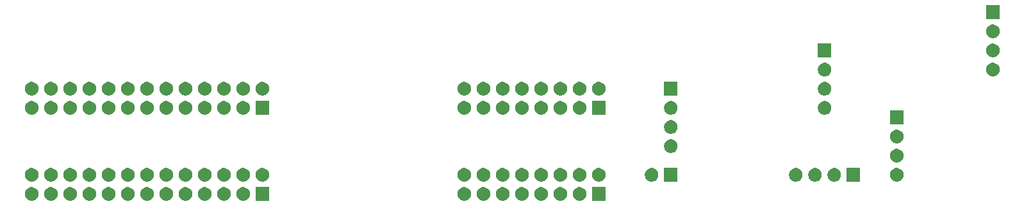
<source format=gts>
G04 #@! TF.GenerationSoftware,KiCad,Pcbnew,5.1.5*
G04 #@! TF.CreationDate,2020-05-29T23:05:44+02:00*
G04 #@! TF.ProjectId,FFBridge,46464272-6964-4676-952e-6b696361645f,rev?*
G04 #@! TF.SameCoordinates,Original*
G04 #@! TF.FileFunction,Soldermask,Top*
G04 #@! TF.FilePolarity,Negative*
%FSLAX46Y46*%
G04 Gerber Fmt 4.6, Leading zero omitted, Abs format (unit mm)*
G04 Created by KiCad (PCBNEW 5.1.5) date 2020-05-29 23:05:44*
%MOMM*%
%LPD*%
G04 APERTURE LIST*
%ADD10C,0.100000*%
G04 APERTURE END LIST*
D10*
G36*
X124573512Y-118483927D02*
G01*
X124722812Y-118513624D01*
X124886784Y-118581544D01*
X125034354Y-118680147D01*
X125159853Y-118805646D01*
X125258456Y-118953216D01*
X125326376Y-119117188D01*
X125361000Y-119291259D01*
X125361000Y-119468741D01*
X125326376Y-119642812D01*
X125258456Y-119806784D01*
X125159853Y-119954354D01*
X125034354Y-120079853D01*
X124886784Y-120178456D01*
X124722812Y-120246376D01*
X124573512Y-120276073D01*
X124548742Y-120281000D01*
X124371258Y-120281000D01*
X124346488Y-120276073D01*
X124197188Y-120246376D01*
X124033216Y-120178456D01*
X123885646Y-120079853D01*
X123760147Y-119954354D01*
X123661544Y-119806784D01*
X123593624Y-119642812D01*
X123559000Y-119468741D01*
X123559000Y-119291259D01*
X123593624Y-119117188D01*
X123661544Y-118953216D01*
X123760147Y-118805646D01*
X123885646Y-118680147D01*
X124033216Y-118581544D01*
X124197188Y-118513624D01*
X124346488Y-118483927D01*
X124371258Y-118479000D01*
X124548742Y-118479000D01*
X124573512Y-118483927D01*
G37*
G36*
X96633512Y-118483927D02*
G01*
X96782812Y-118513624D01*
X96946784Y-118581544D01*
X97094354Y-118680147D01*
X97219853Y-118805646D01*
X97318456Y-118953216D01*
X97386376Y-119117188D01*
X97421000Y-119291259D01*
X97421000Y-119468741D01*
X97386376Y-119642812D01*
X97318456Y-119806784D01*
X97219853Y-119954354D01*
X97094354Y-120079853D01*
X96946784Y-120178456D01*
X96782812Y-120246376D01*
X96633512Y-120276073D01*
X96608742Y-120281000D01*
X96431258Y-120281000D01*
X96406488Y-120276073D01*
X96257188Y-120246376D01*
X96093216Y-120178456D01*
X95945646Y-120079853D01*
X95820147Y-119954354D01*
X95721544Y-119806784D01*
X95653624Y-119642812D01*
X95619000Y-119468741D01*
X95619000Y-119291259D01*
X95653624Y-119117188D01*
X95721544Y-118953216D01*
X95820147Y-118805646D01*
X95945646Y-118680147D01*
X96093216Y-118581544D01*
X96257188Y-118513624D01*
X96406488Y-118483927D01*
X96431258Y-118479000D01*
X96608742Y-118479000D01*
X96633512Y-118483927D01*
G37*
G36*
X127901000Y-120281000D02*
G01*
X126099000Y-120281000D01*
X126099000Y-118479000D01*
X127901000Y-118479000D01*
X127901000Y-120281000D01*
G37*
G36*
X153783512Y-118483927D02*
G01*
X153932812Y-118513624D01*
X154096784Y-118581544D01*
X154244354Y-118680147D01*
X154369853Y-118805646D01*
X154468456Y-118953216D01*
X154536376Y-119117188D01*
X154571000Y-119291259D01*
X154571000Y-119468741D01*
X154536376Y-119642812D01*
X154468456Y-119806784D01*
X154369853Y-119954354D01*
X154244354Y-120079853D01*
X154096784Y-120178456D01*
X153932812Y-120246376D01*
X153783512Y-120276073D01*
X153758742Y-120281000D01*
X153581258Y-120281000D01*
X153556488Y-120276073D01*
X153407188Y-120246376D01*
X153243216Y-120178456D01*
X153095646Y-120079853D01*
X152970147Y-119954354D01*
X152871544Y-119806784D01*
X152803624Y-119642812D01*
X152769000Y-119468741D01*
X152769000Y-119291259D01*
X152803624Y-119117188D01*
X152871544Y-118953216D01*
X152970147Y-118805646D01*
X153095646Y-118680147D01*
X153243216Y-118581544D01*
X153407188Y-118513624D01*
X153556488Y-118483927D01*
X153581258Y-118479000D01*
X153758742Y-118479000D01*
X153783512Y-118483927D01*
G37*
G36*
X156323512Y-118483927D02*
G01*
X156472812Y-118513624D01*
X156636784Y-118581544D01*
X156784354Y-118680147D01*
X156909853Y-118805646D01*
X157008456Y-118953216D01*
X157076376Y-119117188D01*
X157111000Y-119291259D01*
X157111000Y-119468741D01*
X157076376Y-119642812D01*
X157008456Y-119806784D01*
X156909853Y-119954354D01*
X156784354Y-120079853D01*
X156636784Y-120178456D01*
X156472812Y-120246376D01*
X156323512Y-120276073D01*
X156298742Y-120281000D01*
X156121258Y-120281000D01*
X156096488Y-120276073D01*
X155947188Y-120246376D01*
X155783216Y-120178456D01*
X155635646Y-120079853D01*
X155510147Y-119954354D01*
X155411544Y-119806784D01*
X155343624Y-119642812D01*
X155309000Y-119468741D01*
X155309000Y-119291259D01*
X155343624Y-119117188D01*
X155411544Y-118953216D01*
X155510147Y-118805646D01*
X155635646Y-118680147D01*
X155783216Y-118581544D01*
X155947188Y-118513624D01*
X156096488Y-118483927D01*
X156121258Y-118479000D01*
X156298742Y-118479000D01*
X156323512Y-118483927D01*
G37*
G36*
X158863512Y-118483927D02*
G01*
X159012812Y-118513624D01*
X159176784Y-118581544D01*
X159324354Y-118680147D01*
X159449853Y-118805646D01*
X159548456Y-118953216D01*
X159616376Y-119117188D01*
X159651000Y-119291259D01*
X159651000Y-119468741D01*
X159616376Y-119642812D01*
X159548456Y-119806784D01*
X159449853Y-119954354D01*
X159324354Y-120079853D01*
X159176784Y-120178456D01*
X159012812Y-120246376D01*
X158863512Y-120276073D01*
X158838742Y-120281000D01*
X158661258Y-120281000D01*
X158636488Y-120276073D01*
X158487188Y-120246376D01*
X158323216Y-120178456D01*
X158175646Y-120079853D01*
X158050147Y-119954354D01*
X157951544Y-119806784D01*
X157883624Y-119642812D01*
X157849000Y-119468741D01*
X157849000Y-119291259D01*
X157883624Y-119117188D01*
X157951544Y-118953216D01*
X158050147Y-118805646D01*
X158175646Y-118680147D01*
X158323216Y-118581544D01*
X158487188Y-118513624D01*
X158636488Y-118483927D01*
X158661258Y-118479000D01*
X158838742Y-118479000D01*
X158863512Y-118483927D01*
G37*
G36*
X161403512Y-118483927D02*
G01*
X161552812Y-118513624D01*
X161716784Y-118581544D01*
X161864354Y-118680147D01*
X161989853Y-118805646D01*
X162088456Y-118953216D01*
X162156376Y-119117188D01*
X162191000Y-119291259D01*
X162191000Y-119468741D01*
X162156376Y-119642812D01*
X162088456Y-119806784D01*
X161989853Y-119954354D01*
X161864354Y-120079853D01*
X161716784Y-120178456D01*
X161552812Y-120246376D01*
X161403512Y-120276073D01*
X161378742Y-120281000D01*
X161201258Y-120281000D01*
X161176488Y-120276073D01*
X161027188Y-120246376D01*
X160863216Y-120178456D01*
X160715646Y-120079853D01*
X160590147Y-119954354D01*
X160491544Y-119806784D01*
X160423624Y-119642812D01*
X160389000Y-119468741D01*
X160389000Y-119291259D01*
X160423624Y-119117188D01*
X160491544Y-118953216D01*
X160590147Y-118805646D01*
X160715646Y-118680147D01*
X160863216Y-118581544D01*
X161027188Y-118513624D01*
X161176488Y-118483927D01*
X161201258Y-118479000D01*
X161378742Y-118479000D01*
X161403512Y-118483927D01*
G37*
G36*
X163943512Y-118483927D02*
G01*
X164092812Y-118513624D01*
X164256784Y-118581544D01*
X164404354Y-118680147D01*
X164529853Y-118805646D01*
X164628456Y-118953216D01*
X164696376Y-119117188D01*
X164731000Y-119291259D01*
X164731000Y-119468741D01*
X164696376Y-119642812D01*
X164628456Y-119806784D01*
X164529853Y-119954354D01*
X164404354Y-120079853D01*
X164256784Y-120178456D01*
X164092812Y-120246376D01*
X163943512Y-120276073D01*
X163918742Y-120281000D01*
X163741258Y-120281000D01*
X163716488Y-120276073D01*
X163567188Y-120246376D01*
X163403216Y-120178456D01*
X163255646Y-120079853D01*
X163130147Y-119954354D01*
X163031544Y-119806784D01*
X162963624Y-119642812D01*
X162929000Y-119468741D01*
X162929000Y-119291259D01*
X162963624Y-119117188D01*
X163031544Y-118953216D01*
X163130147Y-118805646D01*
X163255646Y-118680147D01*
X163403216Y-118581544D01*
X163567188Y-118513624D01*
X163716488Y-118483927D01*
X163741258Y-118479000D01*
X163918742Y-118479000D01*
X163943512Y-118483927D01*
G37*
G36*
X166483512Y-118483927D02*
G01*
X166632812Y-118513624D01*
X166796784Y-118581544D01*
X166944354Y-118680147D01*
X167069853Y-118805646D01*
X167168456Y-118953216D01*
X167236376Y-119117188D01*
X167271000Y-119291259D01*
X167271000Y-119468741D01*
X167236376Y-119642812D01*
X167168456Y-119806784D01*
X167069853Y-119954354D01*
X166944354Y-120079853D01*
X166796784Y-120178456D01*
X166632812Y-120246376D01*
X166483512Y-120276073D01*
X166458742Y-120281000D01*
X166281258Y-120281000D01*
X166256488Y-120276073D01*
X166107188Y-120246376D01*
X165943216Y-120178456D01*
X165795646Y-120079853D01*
X165670147Y-119954354D01*
X165571544Y-119806784D01*
X165503624Y-119642812D01*
X165469000Y-119468741D01*
X165469000Y-119291259D01*
X165503624Y-119117188D01*
X165571544Y-118953216D01*
X165670147Y-118805646D01*
X165795646Y-118680147D01*
X165943216Y-118581544D01*
X166107188Y-118513624D01*
X166256488Y-118483927D01*
X166281258Y-118479000D01*
X166458742Y-118479000D01*
X166483512Y-118483927D01*
G37*
G36*
X169023512Y-118483927D02*
G01*
X169172812Y-118513624D01*
X169336784Y-118581544D01*
X169484354Y-118680147D01*
X169609853Y-118805646D01*
X169708456Y-118953216D01*
X169776376Y-119117188D01*
X169811000Y-119291259D01*
X169811000Y-119468741D01*
X169776376Y-119642812D01*
X169708456Y-119806784D01*
X169609853Y-119954354D01*
X169484354Y-120079853D01*
X169336784Y-120178456D01*
X169172812Y-120246376D01*
X169023512Y-120276073D01*
X168998742Y-120281000D01*
X168821258Y-120281000D01*
X168796488Y-120276073D01*
X168647188Y-120246376D01*
X168483216Y-120178456D01*
X168335646Y-120079853D01*
X168210147Y-119954354D01*
X168111544Y-119806784D01*
X168043624Y-119642812D01*
X168009000Y-119468741D01*
X168009000Y-119291259D01*
X168043624Y-119117188D01*
X168111544Y-118953216D01*
X168210147Y-118805646D01*
X168335646Y-118680147D01*
X168483216Y-118581544D01*
X168647188Y-118513624D01*
X168796488Y-118483927D01*
X168821258Y-118479000D01*
X168998742Y-118479000D01*
X169023512Y-118483927D01*
G37*
G36*
X172351000Y-120281000D02*
G01*
X170549000Y-120281000D01*
X170549000Y-118479000D01*
X172351000Y-118479000D01*
X172351000Y-120281000D01*
G37*
G36*
X99173512Y-118483927D02*
G01*
X99322812Y-118513624D01*
X99486784Y-118581544D01*
X99634354Y-118680147D01*
X99759853Y-118805646D01*
X99858456Y-118953216D01*
X99926376Y-119117188D01*
X99961000Y-119291259D01*
X99961000Y-119468741D01*
X99926376Y-119642812D01*
X99858456Y-119806784D01*
X99759853Y-119954354D01*
X99634354Y-120079853D01*
X99486784Y-120178456D01*
X99322812Y-120246376D01*
X99173512Y-120276073D01*
X99148742Y-120281000D01*
X98971258Y-120281000D01*
X98946488Y-120276073D01*
X98797188Y-120246376D01*
X98633216Y-120178456D01*
X98485646Y-120079853D01*
X98360147Y-119954354D01*
X98261544Y-119806784D01*
X98193624Y-119642812D01*
X98159000Y-119468741D01*
X98159000Y-119291259D01*
X98193624Y-119117188D01*
X98261544Y-118953216D01*
X98360147Y-118805646D01*
X98485646Y-118680147D01*
X98633216Y-118581544D01*
X98797188Y-118513624D01*
X98946488Y-118483927D01*
X98971258Y-118479000D01*
X99148742Y-118479000D01*
X99173512Y-118483927D01*
G37*
G36*
X109333512Y-118483927D02*
G01*
X109482812Y-118513624D01*
X109646784Y-118581544D01*
X109794354Y-118680147D01*
X109919853Y-118805646D01*
X110018456Y-118953216D01*
X110086376Y-119117188D01*
X110121000Y-119291259D01*
X110121000Y-119468741D01*
X110086376Y-119642812D01*
X110018456Y-119806784D01*
X109919853Y-119954354D01*
X109794354Y-120079853D01*
X109646784Y-120178456D01*
X109482812Y-120246376D01*
X109333512Y-120276073D01*
X109308742Y-120281000D01*
X109131258Y-120281000D01*
X109106488Y-120276073D01*
X108957188Y-120246376D01*
X108793216Y-120178456D01*
X108645646Y-120079853D01*
X108520147Y-119954354D01*
X108421544Y-119806784D01*
X108353624Y-119642812D01*
X108319000Y-119468741D01*
X108319000Y-119291259D01*
X108353624Y-119117188D01*
X108421544Y-118953216D01*
X108520147Y-118805646D01*
X108645646Y-118680147D01*
X108793216Y-118581544D01*
X108957188Y-118513624D01*
X109106488Y-118483927D01*
X109131258Y-118479000D01*
X109308742Y-118479000D01*
X109333512Y-118483927D01*
G37*
G36*
X122033512Y-118483927D02*
G01*
X122182812Y-118513624D01*
X122346784Y-118581544D01*
X122494354Y-118680147D01*
X122619853Y-118805646D01*
X122718456Y-118953216D01*
X122786376Y-119117188D01*
X122821000Y-119291259D01*
X122821000Y-119468741D01*
X122786376Y-119642812D01*
X122718456Y-119806784D01*
X122619853Y-119954354D01*
X122494354Y-120079853D01*
X122346784Y-120178456D01*
X122182812Y-120246376D01*
X122033512Y-120276073D01*
X122008742Y-120281000D01*
X121831258Y-120281000D01*
X121806488Y-120276073D01*
X121657188Y-120246376D01*
X121493216Y-120178456D01*
X121345646Y-120079853D01*
X121220147Y-119954354D01*
X121121544Y-119806784D01*
X121053624Y-119642812D01*
X121019000Y-119468741D01*
X121019000Y-119291259D01*
X121053624Y-119117188D01*
X121121544Y-118953216D01*
X121220147Y-118805646D01*
X121345646Y-118680147D01*
X121493216Y-118581544D01*
X121657188Y-118513624D01*
X121806488Y-118483927D01*
X121831258Y-118479000D01*
X122008742Y-118479000D01*
X122033512Y-118483927D01*
G37*
G36*
X119493512Y-118483927D02*
G01*
X119642812Y-118513624D01*
X119806784Y-118581544D01*
X119954354Y-118680147D01*
X120079853Y-118805646D01*
X120178456Y-118953216D01*
X120246376Y-119117188D01*
X120281000Y-119291259D01*
X120281000Y-119468741D01*
X120246376Y-119642812D01*
X120178456Y-119806784D01*
X120079853Y-119954354D01*
X119954354Y-120079853D01*
X119806784Y-120178456D01*
X119642812Y-120246376D01*
X119493512Y-120276073D01*
X119468742Y-120281000D01*
X119291258Y-120281000D01*
X119266488Y-120276073D01*
X119117188Y-120246376D01*
X118953216Y-120178456D01*
X118805646Y-120079853D01*
X118680147Y-119954354D01*
X118581544Y-119806784D01*
X118513624Y-119642812D01*
X118479000Y-119468741D01*
X118479000Y-119291259D01*
X118513624Y-119117188D01*
X118581544Y-118953216D01*
X118680147Y-118805646D01*
X118805646Y-118680147D01*
X118953216Y-118581544D01*
X119117188Y-118513624D01*
X119266488Y-118483927D01*
X119291258Y-118479000D01*
X119468742Y-118479000D01*
X119493512Y-118483927D01*
G37*
G36*
X116953512Y-118483927D02*
G01*
X117102812Y-118513624D01*
X117266784Y-118581544D01*
X117414354Y-118680147D01*
X117539853Y-118805646D01*
X117638456Y-118953216D01*
X117706376Y-119117188D01*
X117741000Y-119291259D01*
X117741000Y-119468741D01*
X117706376Y-119642812D01*
X117638456Y-119806784D01*
X117539853Y-119954354D01*
X117414354Y-120079853D01*
X117266784Y-120178456D01*
X117102812Y-120246376D01*
X116953512Y-120276073D01*
X116928742Y-120281000D01*
X116751258Y-120281000D01*
X116726488Y-120276073D01*
X116577188Y-120246376D01*
X116413216Y-120178456D01*
X116265646Y-120079853D01*
X116140147Y-119954354D01*
X116041544Y-119806784D01*
X115973624Y-119642812D01*
X115939000Y-119468741D01*
X115939000Y-119291259D01*
X115973624Y-119117188D01*
X116041544Y-118953216D01*
X116140147Y-118805646D01*
X116265646Y-118680147D01*
X116413216Y-118581544D01*
X116577188Y-118513624D01*
X116726488Y-118483927D01*
X116751258Y-118479000D01*
X116928742Y-118479000D01*
X116953512Y-118483927D01*
G37*
G36*
X114413512Y-118483927D02*
G01*
X114562812Y-118513624D01*
X114726784Y-118581544D01*
X114874354Y-118680147D01*
X114999853Y-118805646D01*
X115098456Y-118953216D01*
X115166376Y-119117188D01*
X115201000Y-119291259D01*
X115201000Y-119468741D01*
X115166376Y-119642812D01*
X115098456Y-119806784D01*
X114999853Y-119954354D01*
X114874354Y-120079853D01*
X114726784Y-120178456D01*
X114562812Y-120246376D01*
X114413512Y-120276073D01*
X114388742Y-120281000D01*
X114211258Y-120281000D01*
X114186488Y-120276073D01*
X114037188Y-120246376D01*
X113873216Y-120178456D01*
X113725646Y-120079853D01*
X113600147Y-119954354D01*
X113501544Y-119806784D01*
X113433624Y-119642812D01*
X113399000Y-119468741D01*
X113399000Y-119291259D01*
X113433624Y-119117188D01*
X113501544Y-118953216D01*
X113600147Y-118805646D01*
X113725646Y-118680147D01*
X113873216Y-118581544D01*
X114037188Y-118513624D01*
X114186488Y-118483927D01*
X114211258Y-118479000D01*
X114388742Y-118479000D01*
X114413512Y-118483927D01*
G37*
G36*
X111873512Y-118483927D02*
G01*
X112022812Y-118513624D01*
X112186784Y-118581544D01*
X112334354Y-118680147D01*
X112459853Y-118805646D01*
X112558456Y-118953216D01*
X112626376Y-119117188D01*
X112661000Y-119291259D01*
X112661000Y-119468741D01*
X112626376Y-119642812D01*
X112558456Y-119806784D01*
X112459853Y-119954354D01*
X112334354Y-120079853D01*
X112186784Y-120178456D01*
X112022812Y-120246376D01*
X111873512Y-120276073D01*
X111848742Y-120281000D01*
X111671258Y-120281000D01*
X111646488Y-120276073D01*
X111497188Y-120246376D01*
X111333216Y-120178456D01*
X111185646Y-120079853D01*
X111060147Y-119954354D01*
X110961544Y-119806784D01*
X110893624Y-119642812D01*
X110859000Y-119468741D01*
X110859000Y-119291259D01*
X110893624Y-119117188D01*
X110961544Y-118953216D01*
X111060147Y-118805646D01*
X111185646Y-118680147D01*
X111333216Y-118581544D01*
X111497188Y-118513624D01*
X111646488Y-118483927D01*
X111671258Y-118479000D01*
X111848742Y-118479000D01*
X111873512Y-118483927D01*
G37*
G36*
X106793512Y-118483927D02*
G01*
X106942812Y-118513624D01*
X107106784Y-118581544D01*
X107254354Y-118680147D01*
X107379853Y-118805646D01*
X107478456Y-118953216D01*
X107546376Y-119117188D01*
X107581000Y-119291259D01*
X107581000Y-119468741D01*
X107546376Y-119642812D01*
X107478456Y-119806784D01*
X107379853Y-119954354D01*
X107254354Y-120079853D01*
X107106784Y-120178456D01*
X106942812Y-120246376D01*
X106793512Y-120276073D01*
X106768742Y-120281000D01*
X106591258Y-120281000D01*
X106566488Y-120276073D01*
X106417188Y-120246376D01*
X106253216Y-120178456D01*
X106105646Y-120079853D01*
X105980147Y-119954354D01*
X105881544Y-119806784D01*
X105813624Y-119642812D01*
X105779000Y-119468741D01*
X105779000Y-119291259D01*
X105813624Y-119117188D01*
X105881544Y-118953216D01*
X105980147Y-118805646D01*
X106105646Y-118680147D01*
X106253216Y-118581544D01*
X106417188Y-118513624D01*
X106566488Y-118483927D01*
X106591258Y-118479000D01*
X106768742Y-118479000D01*
X106793512Y-118483927D01*
G37*
G36*
X104253512Y-118483927D02*
G01*
X104402812Y-118513624D01*
X104566784Y-118581544D01*
X104714354Y-118680147D01*
X104839853Y-118805646D01*
X104938456Y-118953216D01*
X105006376Y-119117188D01*
X105041000Y-119291259D01*
X105041000Y-119468741D01*
X105006376Y-119642812D01*
X104938456Y-119806784D01*
X104839853Y-119954354D01*
X104714354Y-120079853D01*
X104566784Y-120178456D01*
X104402812Y-120246376D01*
X104253512Y-120276073D01*
X104228742Y-120281000D01*
X104051258Y-120281000D01*
X104026488Y-120276073D01*
X103877188Y-120246376D01*
X103713216Y-120178456D01*
X103565646Y-120079853D01*
X103440147Y-119954354D01*
X103341544Y-119806784D01*
X103273624Y-119642812D01*
X103239000Y-119468741D01*
X103239000Y-119291259D01*
X103273624Y-119117188D01*
X103341544Y-118953216D01*
X103440147Y-118805646D01*
X103565646Y-118680147D01*
X103713216Y-118581544D01*
X103877188Y-118513624D01*
X104026488Y-118483927D01*
X104051258Y-118479000D01*
X104228742Y-118479000D01*
X104253512Y-118483927D01*
G37*
G36*
X101713512Y-118483927D02*
G01*
X101862812Y-118513624D01*
X102026784Y-118581544D01*
X102174354Y-118680147D01*
X102299853Y-118805646D01*
X102398456Y-118953216D01*
X102466376Y-119117188D01*
X102501000Y-119291259D01*
X102501000Y-119468741D01*
X102466376Y-119642812D01*
X102398456Y-119806784D01*
X102299853Y-119954354D01*
X102174354Y-120079853D01*
X102026784Y-120178456D01*
X101862812Y-120246376D01*
X101713512Y-120276073D01*
X101688742Y-120281000D01*
X101511258Y-120281000D01*
X101486488Y-120276073D01*
X101337188Y-120246376D01*
X101173216Y-120178456D01*
X101025646Y-120079853D01*
X100900147Y-119954354D01*
X100801544Y-119806784D01*
X100733624Y-119642812D01*
X100699000Y-119468741D01*
X100699000Y-119291259D01*
X100733624Y-119117188D01*
X100801544Y-118953216D01*
X100900147Y-118805646D01*
X101025646Y-118680147D01*
X101173216Y-118581544D01*
X101337188Y-118513624D01*
X101486488Y-118483927D01*
X101511258Y-118479000D01*
X101688742Y-118479000D01*
X101713512Y-118483927D01*
G37*
G36*
X181876000Y-117741000D02*
G01*
X180074000Y-117741000D01*
X180074000Y-115939000D01*
X181876000Y-115939000D01*
X181876000Y-117741000D01*
G37*
G36*
X119493512Y-115943927D02*
G01*
X119642812Y-115973624D01*
X119806784Y-116041544D01*
X119954354Y-116140147D01*
X120079853Y-116265646D01*
X120178456Y-116413216D01*
X120246376Y-116577188D01*
X120281000Y-116751259D01*
X120281000Y-116928741D01*
X120246376Y-117102812D01*
X120178456Y-117266784D01*
X120079853Y-117414354D01*
X119954354Y-117539853D01*
X119806784Y-117638456D01*
X119642812Y-117706376D01*
X119493512Y-117736073D01*
X119468742Y-117741000D01*
X119291258Y-117741000D01*
X119266488Y-117736073D01*
X119117188Y-117706376D01*
X118953216Y-117638456D01*
X118805646Y-117539853D01*
X118680147Y-117414354D01*
X118581544Y-117266784D01*
X118513624Y-117102812D01*
X118479000Y-116928741D01*
X118479000Y-116751259D01*
X118513624Y-116577188D01*
X118581544Y-116413216D01*
X118680147Y-116265646D01*
X118805646Y-116140147D01*
X118953216Y-116041544D01*
X119117188Y-115973624D01*
X119266488Y-115943927D01*
X119291258Y-115939000D01*
X119468742Y-115939000D01*
X119493512Y-115943927D01*
G37*
G36*
X166483512Y-115943927D02*
G01*
X166632812Y-115973624D01*
X166796784Y-116041544D01*
X166944354Y-116140147D01*
X167069853Y-116265646D01*
X167168456Y-116413216D01*
X167236376Y-116577188D01*
X167271000Y-116751259D01*
X167271000Y-116928741D01*
X167236376Y-117102812D01*
X167168456Y-117266784D01*
X167069853Y-117414354D01*
X166944354Y-117539853D01*
X166796784Y-117638456D01*
X166632812Y-117706376D01*
X166483512Y-117736073D01*
X166458742Y-117741000D01*
X166281258Y-117741000D01*
X166256488Y-117736073D01*
X166107188Y-117706376D01*
X165943216Y-117638456D01*
X165795646Y-117539853D01*
X165670147Y-117414354D01*
X165571544Y-117266784D01*
X165503624Y-117102812D01*
X165469000Y-116928741D01*
X165469000Y-116751259D01*
X165503624Y-116577188D01*
X165571544Y-116413216D01*
X165670147Y-116265646D01*
X165795646Y-116140147D01*
X165943216Y-116041544D01*
X166107188Y-115973624D01*
X166256488Y-115943927D01*
X166281258Y-115939000D01*
X166458742Y-115939000D01*
X166483512Y-115943927D01*
G37*
G36*
X169023512Y-115943927D02*
G01*
X169172812Y-115973624D01*
X169336784Y-116041544D01*
X169484354Y-116140147D01*
X169609853Y-116265646D01*
X169708456Y-116413216D01*
X169776376Y-116577188D01*
X169811000Y-116751259D01*
X169811000Y-116928741D01*
X169776376Y-117102812D01*
X169708456Y-117266784D01*
X169609853Y-117414354D01*
X169484354Y-117539853D01*
X169336784Y-117638456D01*
X169172812Y-117706376D01*
X169023512Y-117736073D01*
X168998742Y-117741000D01*
X168821258Y-117741000D01*
X168796488Y-117736073D01*
X168647188Y-117706376D01*
X168483216Y-117638456D01*
X168335646Y-117539853D01*
X168210147Y-117414354D01*
X168111544Y-117266784D01*
X168043624Y-117102812D01*
X168009000Y-116928741D01*
X168009000Y-116751259D01*
X168043624Y-116577188D01*
X168111544Y-116413216D01*
X168210147Y-116265646D01*
X168335646Y-116140147D01*
X168483216Y-116041544D01*
X168647188Y-115973624D01*
X168796488Y-115943927D01*
X168821258Y-115939000D01*
X168998742Y-115939000D01*
X169023512Y-115943927D01*
G37*
G36*
X171563512Y-115943927D02*
G01*
X171712812Y-115973624D01*
X171876784Y-116041544D01*
X172024354Y-116140147D01*
X172149853Y-116265646D01*
X172248456Y-116413216D01*
X172316376Y-116577188D01*
X172351000Y-116751259D01*
X172351000Y-116928741D01*
X172316376Y-117102812D01*
X172248456Y-117266784D01*
X172149853Y-117414354D01*
X172024354Y-117539853D01*
X171876784Y-117638456D01*
X171712812Y-117706376D01*
X171563512Y-117736073D01*
X171538742Y-117741000D01*
X171361258Y-117741000D01*
X171336488Y-117736073D01*
X171187188Y-117706376D01*
X171023216Y-117638456D01*
X170875646Y-117539853D01*
X170750147Y-117414354D01*
X170651544Y-117266784D01*
X170583624Y-117102812D01*
X170549000Y-116928741D01*
X170549000Y-116751259D01*
X170583624Y-116577188D01*
X170651544Y-116413216D01*
X170750147Y-116265646D01*
X170875646Y-116140147D01*
X171023216Y-116041544D01*
X171187188Y-115973624D01*
X171336488Y-115943927D01*
X171361258Y-115939000D01*
X171538742Y-115939000D01*
X171563512Y-115943927D01*
G37*
G36*
X116953512Y-115943927D02*
G01*
X117102812Y-115973624D01*
X117266784Y-116041544D01*
X117414354Y-116140147D01*
X117539853Y-116265646D01*
X117638456Y-116413216D01*
X117706376Y-116577188D01*
X117741000Y-116751259D01*
X117741000Y-116928741D01*
X117706376Y-117102812D01*
X117638456Y-117266784D01*
X117539853Y-117414354D01*
X117414354Y-117539853D01*
X117266784Y-117638456D01*
X117102812Y-117706376D01*
X116953512Y-117736073D01*
X116928742Y-117741000D01*
X116751258Y-117741000D01*
X116726488Y-117736073D01*
X116577188Y-117706376D01*
X116413216Y-117638456D01*
X116265646Y-117539853D01*
X116140147Y-117414354D01*
X116041544Y-117266784D01*
X115973624Y-117102812D01*
X115939000Y-116928741D01*
X115939000Y-116751259D01*
X115973624Y-116577188D01*
X116041544Y-116413216D01*
X116140147Y-116265646D01*
X116265646Y-116140147D01*
X116413216Y-116041544D01*
X116577188Y-115973624D01*
X116726488Y-115943927D01*
X116751258Y-115939000D01*
X116928742Y-115939000D01*
X116953512Y-115943927D01*
G37*
G36*
X96633512Y-115943927D02*
G01*
X96782812Y-115973624D01*
X96946784Y-116041544D01*
X97094354Y-116140147D01*
X97219853Y-116265646D01*
X97318456Y-116413216D01*
X97386376Y-116577188D01*
X97421000Y-116751259D01*
X97421000Y-116928741D01*
X97386376Y-117102812D01*
X97318456Y-117266784D01*
X97219853Y-117414354D01*
X97094354Y-117539853D01*
X96946784Y-117638456D01*
X96782812Y-117706376D01*
X96633512Y-117736073D01*
X96608742Y-117741000D01*
X96431258Y-117741000D01*
X96406488Y-117736073D01*
X96257188Y-117706376D01*
X96093216Y-117638456D01*
X95945646Y-117539853D01*
X95820147Y-117414354D01*
X95721544Y-117266784D01*
X95653624Y-117102812D01*
X95619000Y-116928741D01*
X95619000Y-116751259D01*
X95653624Y-116577188D01*
X95721544Y-116413216D01*
X95820147Y-116265646D01*
X95945646Y-116140147D01*
X96093216Y-116041544D01*
X96257188Y-115973624D01*
X96406488Y-115943927D01*
X96431258Y-115939000D01*
X96608742Y-115939000D01*
X96633512Y-115943927D01*
G37*
G36*
X99173512Y-115943927D02*
G01*
X99322812Y-115973624D01*
X99486784Y-116041544D01*
X99634354Y-116140147D01*
X99759853Y-116265646D01*
X99858456Y-116413216D01*
X99926376Y-116577188D01*
X99961000Y-116751259D01*
X99961000Y-116928741D01*
X99926376Y-117102812D01*
X99858456Y-117266784D01*
X99759853Y-117414354D01*
X99634354Y-117539853D01*
X99486784Y-117638456D01*
X99322812Y-117706376D01*
X99173512Y-117736073D01*
X99148742Y-117741000D01*
X98971258Y-117741000D01*
X98946488Y-117736073D01*
X98797188Y-117706376D01*
X98633216Y-117638456D01*
X98485646Y-117539853D01*
X98360147Y-117414354D01*
X98261544Y-117266784D01*
X98193624Y-117102812D01*
X98159000Y-116928741D01*
X98159000Y-116751259D01*
X98193624Y-116577188D01*
X98261544Y-116413216D01*
X98360147Y-116265646D01*
X98485646Y-116140147D01*
X98633216Y-116041544D01*
X98797188Y-115973624D01*
X98946488Y-115943927D01*
X98971258Y-115939000D01*
X99148742Y-115939000D01*
X99173512Y-115943927D01*
G37*
G36*
X114413512Y-115943927D02*
G01*
X114562812Y-115973624D01*
X114726784Y-116041544D01*
X114874354Y-116140147D01*
X114999853Y-116265646D01*
X115098456Y-116413216D01*
X115166376Y-116577188D01*
X115201000Y-116751259D01*
X115201000Y-116928741D01*
X115166376Y-117102812D01*
X115098456Y-117266784D01*
X114999853Y-117414354D01*
X114874354Y-117539853D01*
X114726784Y-117638456D01*
X114562812Y-117706376D01*
X114413512Y-117736073D01*
X114388742Y-117741000D01*
X114211258Y-117741000D01*
X114186488Y-117736073D01*
X114037188Y-117706376D01*
X113873216Y-117638456D01*
X113725646Y-117539853D01*
X113600147Y-117414354D01*
X113501544Y-117266784D01*
X113433624Y-117102812D01*
X113399000Y-116928741D01*
X113399000Y-116751259D01*
X113433624Y-116577188D01*
X113501544Y-116413216D01*
X113600147Y-116265646D01*
X113725646Y-116140147D01*
X113873216Y-116041544D01*
X114037188Y-115973624D01*
X114186488Y-115943927D01*
X114211258Y-115939000D01*
X114388742Y-115939000D01*
X114413512Y-115943927D01*
G37*
G36*
X101713512Y-115943927D02*
G01*
X101862812Y-115973624D01*
X102026784Y-116041544D01*
X102174354Y-116140147D01*
X102299853Y-116265646D01*
X102398456Y-116413216D01*
X102466376Y-116577188D01*
X102501000Y-116751259D01*
X102501000Y-116928741D01*
X102466376Y-117102812D01*
X102398456Y-117266784D01*
X102299853Y-117414354D01*
X102174354Y-117539853D01*
X102026784Y-117638456D01*
X101862812Y-117706376D01*
X101713512Y-117736073D01*
X101688742Y-117741000D01*
X101511258Y-117741000D01*
X101486488Y-117736073D01*
X101337188Y-117706376D01*
X101173216Y-117638456D01*
X101025646Y-117539853D01*
X100900147Y-117414354D01*
X100801544Y-117266784D01*
X100733624Y-117102812D01*
X100699000Y-116928741D01*
X100699000Y-116751259D01*
X100733624Y-116577188D01*
X100801544Y-116413216D01*
X100900147Y-116265646D01*
X101025646Y-116140147D01*
X101173216Y-116041544D01*
X101337188Y-115973624D01*
X101486488Y-115943927D01*
X101511258Y-115939000D01*
X101688742Y-115939000D01*
X101713512Y-115943927D01*
G37*
G36*
X104253512Y-115943927D02*
G01*
X104402812Y-115973624D01*
X104566784Y-116041544D01*
X104714354Y-116140147D01*
X104839853Y-116265646D01*
X104938456Y-116413216D01*
X105006376Y-116577188D01*
X105041000Y-116751259D01*
X105041000Y-116928741D01*
X105006376Y-117102812D01*
X104938456Y-117266784D01*
X104839853Y-117414354D01*
X104714354Y-117539853D01*
X104566784Y-117638456D01*
X104402812Y-117706376D01*
X104253512Y-117736073D01*
X104228742Y-117741000D01*
X104051258Y-117741000D01*
X104026488Y-117736073D01*
X103877188Y-117706376D01*
X103713216Y-117638456D01*
X103565646Y-117539853D01*
X103440147Y-117414354D01*
X103341544Y-117266784D01*
X103273624Y-117102812D01*
X103239000Y-116928741D01*
X103239000Y-116751259D01*
X103273624Y-116577188D01*
X103341544Y-116413216D01*
X103440147Y-116265646D01*
X103565646Y-116140147D01*
X103713216Y-116041544D01*
X103877188Y-115973624D01*
X104026488Y-115943927D01*
X104051258Y-115939000D01*
X104228742Y-115939000D01*
X104253512Y-115943927D01*
G37*
G36*
X111873512Y-115943927D02*
G01*
X112022812Y-115973624D01*
X112186784Y-116041544D01*
X112334354Y-116140147D01*
X112459853Y-116265646D01*
X112558456Y-116413216D01*
X112626376Y-116577188D01*
X112661000Y-116751259D01*
X112661000Y-116928741D01*
X112626376Y-117102812D01*
X112558456Y-117266784D01*
X112459853Y-117414354D01*
X112334354Y-117539853D01*
X112186784Y-117638456D01*
X112022812Y-117706376D01*
X111873512Y-117736073D01*
X111848742Y-117741000D01*
X111671258Y-117741000D01*
X111646488Y-117736073D01*
X111497188Y-117706376D01*
X111333216Y-117638456D01*
X111185646Y-117539853D01*
X111060147Y-117414354D01*
X110961544Y-117266784D01*
X110893624Y-117102812D01*
X110859000Y-116928741D01*
X110859000Y-116751259D01*
X110893624Y-116577188D01*
X110961544Y-116413216D01*
X111060147Y-116265646D01*
X111185646Y-116140147D01*
X111333216Y-116041544D01*
X111497188Y-115973624D01*
X111646488Y-115943927D01*
X111671258Y-115939000D01*
X111848742Y-115939000D01*
X111873512Y-115943927D01*
G37*
G36*
X106793512Y-115943927D02*
G01*
X106942812Y-115973624D01*
X107106784Y-116041544D01*
X107254354Y-116140147D01*
X107379853Y-116265646D01*
X107478456Y-116413216D01*
X107546376Y-116577188D01*
X107581000Y-116751259D01*
X107581000Y-116928741D01*
X107546376Y-117102812D01*
X107478456Y-117266784D01*
X107379853Y-117414354D01*
X107254354Y-117539853D01*
X107106784Y-117638456D01*
X106942812Y-117706376D01*
X106793512Y-117736073D01*
X106768742Y-117741000D01*
X106591258Y-117741000D01*
X106566488Y-117736073D01*
X106417188Y-117706376D01*
X106253216Y-117638456D01*
X106105646Y-117539853D01*
X105980147Y-117414354D01*
X105881544Y-117266784D01*
X105813624Y-117102812D01*
X105779000Y-116928741D01*
X105779000Y-116751259D01*
X105813624Y-116577188D01*
X105881544Y-116413216D01*
X105980147Y-116265646D01*
X106105646Y-116140147D01*
X106253216Y-116041544D01*
X106417188Y-115973624D01*
X106566488Y-115943927D01*
X106591258Y-115939000D01*
X106768742Y-115939000D01*
X106793512Y-115943927D01*
G37*
G36*
X178548512Y-115943927D02*
G01*
X178697812Y-115973624D01*
X178861784Y-116041544D01*
X179009354Y-116140147D01*
X179134853Y-116265646D01*
X179233456Y-116413216D01*
X179301376Y-116577188D01*
X179336000Y-116751259D01*
X179336000Y-116928741D01*
X179301376Y-117102812D01*
X179233456Y-117266784D01*
X179134853Y-117414354D01*
X179009354Y-117539853D01*
X178861784Y-117638456D01*
X178697812Y-117706376D01*
X178548512Y-117736073D01*
X178523742Y-117741000D01*
X178346258Y-117741000D01*
X178321488Y-117736073D01*
X178172188Y-117706376D01*
X178008216Y-117638456D01*
X177860646Y-117539853D01*
X177735147Y-117414354D01*
X177636544Y-117266784D01*
X177568624Y-117102812D01*
X177534000Y-116928741D01*
X177534000Y-116751259D01*
X177568624Y-116577188D01*
X177636544Y-116413216D01*
X177735147Y-116265646D01*
X177860646Y-116140147D01*
X178008216Y-116041544D01*
X178172188Y-115973624D01*
X178321488Y-115943927D01*
X178346258Y-115939000D01*
X178523742Y-115939000D01*
X178548512Y-115943927D01*
G37*
G36*
X122033512Y-115943927D02*
G01*
X122182812Y-115973624D01*
X122346784Y-116041544D01*
X122494354Y-116140147D01*
X122619853Y-116265646D01*
X122718456Y-116413216D01*
X122786376Y-116577188D01*
X122821000Y-116751259D01*
X122821000Y-116928741D01*
X122786376Y-117102812D01*
X122718456Y-117266784D01*
X122619853Y-117414354D01*
X122494354Y-117539853D01*
X122346784Y-117638456D01*
X122182812Y-117706376D01*
X122033512Y-117736073D01*
X122008742Y-117741000D01*
X121831258Y-117741000D01*
X121806488Y-117736073D01*
X121657188Y-117706376D01*
X121493216Y-117638456D01*
X121345646Y-117539853D01*
X121220147Y-117414354D01*
X121121544Y-117266784D01*
X121053624Y-117102812D01*
X121019000Y-116928741D01*
X121019000Y-116751259D01*
X121053624Y-116577188D01*
X121121544Y-116413216D01*
X121220147Y-116265646D01*
X121345646Y-116140147D01*
X121493216Y-116041544D01*
X121657188Y-115973624D01*
X121806488Y-115943927D01*
X121831258Y-115939000D01*
X122008742Y-115939000D01*
X122033512Y-115943927D01*
G37*
G36*
X161403512Y-115943927D02*
G01*
X161552812Y-115973624D01*
X161716784Y-116041544D01*
X161864354Y-116140147D01*
X161989853Y-116265646D01*
X162088456Y-116413216D01*
X162156376Y-116577188D01*
X162191000Y-116751259D01*
X162191000Y-116928741D01*
X162156376Y-117102812D01*
X162088456Y-117266784D01*
X161989853Y-117414354D01*
X161864354Y-117539853D01*
X161716784Y-117638456D01*
X161552812Y-117706376D01*
X161403512Y-117736073D01*
X161378742Y-117741000D01*
X161201258Y-117741000D01*
X161176488Y-117736073D01*
X161027188Y-117706376D01*
X160863216Y-117638456D01*
X160715646Y-117539853D01*
X160590147Y-117414354D01*
X160491544Y-117266784D01*
X160423624Y-117102812D01*
X160389000Y-116928741D01*
X160389000Y-116751259D01*
X160423624Y-116577188D01*
X160491544Y-116413216D01*
X160590147Y-116265646D01*
X160715646Y-116140147D01*
X160863216Y-116041544D01*
X161027188Y-115973624D01*
X161176488Y-115943927D01*
X161201258Y-115939000D01*
X161378742Y-115939000D01*
X161403512Y-115943927D01*
G37*
G36*
X127113512Y-115943927D02*
G01*
X127262812Y-115973624D01*
X127426784Y-116041544D01*
X127574354Y-116140147D01*
X127699853Y-116265646D01*
X127798456Y-116413216D01*
X127866376Y-116577188D01*
X127901000Y-116751259D01*
X127901000Y-116928741D01*
X127866376Y-117102812D01*
X127798456Y-117266784D01*
X127699853Y-117414354D01*
X127574354Y-117539853D01*
X127426784Y-117638456D01*
X127262812Y-117706376D01*
X127113512Y-117736073D01*
X127088742Y-117741000D01*
X126911258Y-117741000D01*
X126886488Y-117736073D01*
X126737188Y-117706376D01*
X126573216Y-117638456D01*
X126425646Y-117539853D01*
X126300147Y-117414354D01*
X126201544Y-117266784D01*
X126133624Y-117102812D01*
X126099000Y-116928741D01*
X126099000Y-116751259D01*
X126133624Y-116577188D01*
X126201544Y-116413216D01*
X126300147Y-116265646D01*
X126425646Y-116140147D01*
X126573216Y-116041544D01*
X126737188Y-115973624D01*
X126886488Y-115943927D01*
X126911258Y-115939000D01*
X127088742Y-115939000D01*
X127113512Y-115943927D01*
G37*
G36*
X158863512Y-115943927D02*
G01*
X159012812Y-115973624D01*
X159176784Y-116041544D01*
X159324354Y-116140147D01*
X159449853Y-116265646D01*
X159548456Y-116413216D01*
X159616376Y-116577188D01*
X159651000Y-116751259D01*
X159651000Y-116928741D01*
X159616376Y-117102812D01*
X159548456Y-117266784D01*
X159449853Y-117414354D01*
X159324354Y-117539853D01*
X159176784Y-117638456D01*
X159012812Y-117706376D01*
X158863512Y-117736073D01*
X158838742Y-117741000D01*
X158661258Y-117741000D01*
X158636488Y-117736073D01*
X158487188Y-117706376D01*
X158323216Y-117638456D01*
X158175646Y-117539853D01*
X158050147Y-117414354D01*
X157951544Y-117266784D01*
X157883624Y-117102812D01*
X157849000Y-116928741D01*
X157849000Y-116751259D01*
X157883624Y-116577188D01*
X157951544Y-116413216D01*
X158050147Y-116265646D01*
X158175646Y-116140147D01*
X158323216Y-116041544D01*
X158487188Y-115973624D01*
X158636488Y-115943927D01*
X158661258Y-115939000D01*
X158838742Y-115939000D01*
X158863512Y-115943927D01*
G37*
G36*
X124573512Y-115943927D02*
G01*
X124722812Y-115973624D01*
X124886784Y-116041544D01*
X125034354Y-116140147D01*
X125159853Y-116265646D01*
X125258456Y-116413216D01*
X125326376Y-116577188D01*
X125361000Y-116751259D01*
X125361000Y-116928741D01*
X125326376Y-117102812D01*
X125258456Y-117266784D01*
X125159853Y-117414354D01*
X125034354Y-117539853D01*
X124886784Y-117638456D01*
X124722812Y-117706376D01*
X124573512Y-117736073D01*
X124548742Y-117741000D01*
X124371258Y-117741000D01*
X124346488Y-117736073D01*
X124197188Y-117706376D01*
X124033216Y-117638456D01*
X123885646Y-117539853D01*
X123760147Y-117414354D01*
X123661544Y-117266784D01*
X123593624Y-117102812D01*
X123559000Y-116928741D01*
X123559000Y-116751259D01*
X123593624Y-116577188D01*
X123661544Y-116413216D01*
X123760147Y-116265646D01*
X123885646Y-116140147D01*
X124033216Y-116041544D01*
X124197188Y-115973624D01*
X124346488Y-115943927D01*
X124371258Y-115939000D01*
X124548742Y-115939000D01*
X124573512Y-115943927D01*
G37*
G36*
X156323512Y-115943927D02*
G01*
X156472812Y-115973624D01*
X156636784Y-116041544D01*
X156784354Y-116140147D01*
X156909853Y-116265646D01*
X157008456Y-116413216D01*
X157076376Y-116577188D01*
X157111000Y-116751259D01*
X157111000Y-116928741D01*
X157076376Y-117102812D01*
X157008456Y-117266784D01*
X156909853Y-117414354D01*
X156784354Y-117539853D01*
X156636784Y-117638456D01*
X156472812Y-117706376D01*
X156323512Y-117736073D01*
X156298742Y-117741000D01*
X156121258Y-117741000D01*
X156096488Y-117736073D01*
X155947188Y-117706376D01*
X155783216Y-117638456D01*
X155635646Y-117539853D01*
X155510147Y-117414354D01*
X155411544Y-117266784D01*
X155343624Y-117102812D01*
X155309000Y-116928741D01*
X155309000Y-116751259D01*
X155343624Y-116577188D01*
X155411544Y-116413216D01*
X155510147Y-116265646D01*
X155635646Y-116140147D01*
X155783216Y-116041544D01*
X155947188Y-115973624D01*
X156096488Y-115943927D01*
X156121258Y-115939000D01*
X156298742Y-115939000D01*
X156323512Y-115943927D01*
G37*
G36*
X153783512Y-115943927D02*
G01*
X153932812Y-115973624D01*
X154096784Y-116041544D01*
X154244354Y-116140147D01*
X154369853Y-116265646D01*
X154468456Y-116413216D01*
X154536376Y-116577188D01*
X154571000Y-116751259D01*
X154571000Y-116928741D01*
X154536376Y-117102812D01*
X154468456Y-117266784D01*
X154369853Y-117414354D01*
X154244354Y-117539853D01*
X154096784Y-117638456D01*
X153932812Y-117706376D01*
X153783512Y-117736073D01*
X153758742Y-117741000D01*
X153581258Y-117741000D01*
X153556488Y-117736073D01*
X153407188Y-117706376D01*
X153243216Y-117638456D01*
X153095646Y-117539853D01*
X152970147Y-117414354D01*
X152871544Y-117266784D01*
X152803624Y-117102812D01*
X152769000Y-116928741D01*
X152769000Y-116751259D01*
X152803624Y-116577188D01*
X152871544Y-116413216D01*
X152970147Y-116265646D01*
X153095646Y-116140147D01*
X153243216Y-116041544D01*
X153407188Y-115973624D01*
X153556488Y-115943927D01*
X153581258Y-115939000D01*
X153758742Y-115939000D01*
X153783512Y-115943927D01*
G37*
G36*
X206006000Y-117741000D02*
G01*
X204204000Y-117741000D01*
X204204000Y-115939000D01*
X206006000Y-115939000D01*
X206006000Y-117741000D01*
G37*
G36*
X202678512Y-115943927D02*
G01*
X202827812Y-115973624D01*
X202991784Y-116041544D01*
X203139354Y-116140147D01*
X203264853Y-116265646D01*
X203363456Y-116413216D01*
X203431376Y-116577188D01*
X203466000Y-116751259D01*
X203466000Y-116928741D01*
X203431376Y-117102812D01*
X203363456Y-117266784D01*
X203264853Y-117414354D01*
X203139354Y-117539853D01*
X202991784Y-117638456D01*
X202827812Y-117706376D01*
X202678512Y-117736073D01*
X202653742Y-117741000D01*
X202476258Y-117741000D01*
X202451488Y-117736073D01*
X202302188Y-117706376D01*
X202138216Y-117638456D01*
X201990646Y-117539853D01*
X201865147Y-117414354D01*
X201766544Y-117266784D01*
X201698624Y-117102812D01*
X201664000Y-116928741D01*
X201664000Y-116751259D01*
X201698624Y-116577188D01*
X201766544Y-116413216D01*
X201865147Y-116265646D01*
X201990646Y-116140147D01*
X202138216Y-116041544D01*
X202302188Y-115973624D01*
X202451488Y-115943927D01*
X202476258Y-115939000D01*
X202653742Y-115939000D01*
X202678512Y-115943927D01*
G37*
G36*
X200138512Y-115943927D02*
G01*
X200287812Y-115973624D01*
X200451784Y-116041544D01*
X200599354Y-116140147D01*
X200724853Y-116265646D01*
X200823456Y-116413216D01*
X200891376Y-116577188D01*
X200926000Y-116751259D01*
X200926000Y-116928741D01*
X200891376Y-117102812D01*
X200823456Y-117266784D01*
X200724853Y-117414354D01*
X200599354Y-117539853D01*
X200451784Y-117638456D01*
X200287812Y-117706376D01*
X200138512Y-117736073D01*
X200113742Y-117741000D01*
X199936258Y-117741000D01*
X199911488Y-117736073D01*
X199762188Y-117706376D01*
X199598216Y-117638456D01*
X199450646Y-117539853D01*
X199325147Y-117414354D01*
X199226544Y-117266784D01*
X199158624Y-117102812D01*
X199124000Y-116928741D01*
X199124000Y-116751259D01*
X199158624Y-116577188D01*
X199226544Y-116413216D01*
X199325147Y-116265646D01*
X199450646Y-116140147D01*
X199598216Y-116041544D01*
X199762188Y-115973624D01*
X199911488Y-115943927D01*
X199936258Y-115939000D01*
X200113742Y-115939000D01*
X200138512Y-115943927D01*
G37*
G36*
X197598512Y-115943927D02*
G01*
X197747812Y-115973624D01*
X197911784Y-116041544D01*
X198059354Y-116140147D01*
X198184853Y-116265646D01*
X198283456Y-116413216D01*
X198351376Y-116577188D01*
X198386000Y-116751259D01*
X198386000Y-116928741D01*
X198351376Y-117102812D01*
X198283456Y-117266784D01*
X198184853Y-117414354D01*
X198059354Y-117539853D01*
X197911784Y-117638456D01*
X197747812Y-117706376D01*
X197598512Y-117736073D01*
X197573742Y-117741000D01*
X197396258Y-117741000D01*
X197371488Y-117736073D01*
X197222188Y-117706376D01*
X197058216Y-117638456D01*
X196910646Y-117539853D01*
X196785147Y-117414354D01*
X196686544Y-117266784D01*
X196618624Y-117102812D01*
X196584000Y-116928741D01*
X196584000Y-116751259D01*
X196618624Y-116577188D01*
X196686544Y-116413216D01*
X196785147Y-116265646D01*
X196910646Y-116140147D01*
X197058216Y-116041544D01*
X197222188Y-115973624D01*
X197371488Y-115943927D01*
X197396258Y-115939000D01*
X197573742Y-115939000D01*
X197598512Y-115943927D01*
G37*
G36*
X210933512Y-115943927D02*
G01*
X211082812Y-115973624D01*
X211246784Y-116041544D01*
X211394354Y-116140147D01*
X211519853Y-116265646D01*
X211618456Y-116413216D01*
X211686376Y-116577188D01*
X211721000Y-116751259D01*
X211721000Y-116928741D01*
X211686376Y-117102812D01*
X211618456Y-117266784D01*
X211519853Y-117414354D01*
X211394354Y-117539853D01*
X211246784Y-117638456D01*
X211082812Y-117706376D01*
X210933512Y-117736073D01*
X210908742Y-117741000D01*
X210731258Y-117741000D01*
X210706488Y-117736073D01*
X210557188Y-117706376D01*
X210393216Y-117638456D01*
X210245646Y-117539853D01*
X210120147Y-117414354D01*
X210021544Y-117266784D01*
X209953624Y-117102812D01*
X209919000Y-116928741D01*
X209919000Y-116751259D01*
X209953624Y-116577188D01*
X210021544Y-116413216D01*
X210120147Y-116265646D01*
X210245646Y-116140147D01*
X210393216Y-116041544D01*
X210557188Y-115973624D01*
X210706488Y-115943927D01*
X210731258Y-115939000D01*
X210908742Y-115939000D01*
X210933512Y-115943927D01*
G37*
G36*
X109333512Y-115943927D02*
G01*
X109482812Y-115973624D01*
X109646784Y-116041544D01*
X109794354Y-116140147D01*
X109919853Y-116265646D01*
X110018456Y-116413216D01*
X110086376Y-116577188D01*
X110121000Y-116751259D01*
X110121000Y-116928741D01*
X110086376Y-117102812D01*
X110018456Y-117266784D01*
X109919853Y-117414354D01*
X109794354Y-117539853D01*
X109646784Y-117638456D01*
X109482812Y-117706376D01*
X109333512Y-117736073D01*
X109308742Y-117741000D01*
X109131258Y-117741000D01*
X109106488Y-117736073D01*
X108957188Y-117706376D01*
X108793216Y-117638456D01*
X108645646Y-117539853D01*
X108520147Y-117414354D01*
X108421544Y-117266784D01*
X108353624Y-117102812D01*
X108319000Y-116928741D01*
X108319000Y-116751259D01*
X108353624Y-116577188D01*
X108421544Y-116413216D01*
X108520147Y-116265646D01*
X108645646Y-116140147D01*
X108793216Y-116041544D01*
X108957188Y-115973624D01*
X109106488Y-115943927D01*
X109131258Y-115939000D01*
X109308742Y-115939000D01*
X109333512Y-115943927D01*
G37*
G36*
X163943512Y-115943927D02*
G01*
X164092812Y-115973624D01*
X164256784Y-116041544D01*
X164404354Y-116140147D01*
X164529853Y-116265646D01*
X164628456Y-116413216D01*
X164696376Y-116577188D01*
X164731000Y-116751259D01*
X164731000Y-116928741D01*
X164696376Y-117102812D01*
X164628456Y-117266784D01*
X164529853Y-117414354D01*
X164404354Y-117539853D01*
X164256784Y-117638456D01*
X164092812Y-117706376D01*
X163943512Y-117736073D01*
X163918742Y-117741000D01*
X163741258Y-117741000D01*
X163716488Y-117736073D01*
X163567188Y-117706376D01*
X163403216Y-117638456D01*
X163255646Y-117539853D01*
X163130147Y-117414354D01*
X163031544Y-117266784D01*
X162963624Y-117102812D01*
X162929000Y-116928741D01*
X162929000Y-116751259D01*
X162963624Y-116577188D01*
X163031544Y-116413216D01*
X163130147Y-116265646D01*
X163255646Y-116140147D01*
X163403216Y-116041544D01*
X163567188Y-115973624D01*
X163716488Y-115943927D01*
X163741258Y-115939000D01*
X163918742Y-115939000D01*
X163943512Y-115943927D01*
G37*
G36*
X210933512Y-113403927D02*
G01*
X211082812Y-113433624D01*
X211246784Y-113501544D01*
X211394354Y-113600147D01*
X211519853Y-113725646D01*
X211618456Y-113873216D01*
X211686376Y-114037188D01*
X211721000Y-114211259D01*
X211721000Y-114388741D01*
X211686376Y-114562812D01*
X211618456Y-114726784D01*
X211519853Y-114874354D01*
X211394354Y-114999853D01*
X211246784Y-115098456D01*
X211082812Y-115166376D01*
X210933512Y-115196073D01*
X210908742Y-115201000D01*
X210731258Y-115201000D01*
X210706488Y-115196073D01*
X210557188Y-115166376D01*
X210393216Y-115098456D01*
X210245646Y-114999853D01*
X210120147Y-114874354D01*
X210021544Y-114726784D01*
X209953624Y-114562812D01*
X209919000Y-114388741D01*
X209919000Y-114211259D01*
X209953624Y-114037188D01*
X210021544Y-113873216D01*
X210120147Y-113725646D01*
X210245646Y-113600147D01*
X210393216Y-113501544D01*
X210557188Y-113433624D01*
X210706488Y-113403927D01*
X210731258Y-113399000D01*
X210908742Y-113399000D01*
X210933512Y-113403927D01*
G37*
G36*
X181088512Y-112133927D02*
G01*
X181237812Y-112163624D01*
X181401784Y-112231544D01*
X181549354Y-112330147D01*
X181674853Y-112455646D01*
X181773456Y-112603216D01*
X181841376Y-112767188D01*
X181876000Y-112941259D01*
X181876000Y-113118741D01*
X181841376Y-113292812D01*
X181773456Y-113456784D01*
X181674853Y-113604354D01*
X181549354Y-113729853D01*
X181401784Y-113828456D01*
X181237812Y-113896376D01*
X181088512Y-113926073D01*
X181063742Y-113931000D01*
X180886258Y-113931000D01*
X180861488Y-113926073D01*
X180712188Y-113896376D01*
X180548216Y-113828456D01*
X180400646Y-113729853D01*
X180275147Y-113604354D01*
X180176544Y-113456784D01*
X180108624Y-113292812D01*
X180074000Y-113118741D01*
X180074000Y-112941259D01*
X180108624Y-112767188D01*
X180176544Y-112603216D01*
X180275147Y-112455646D01*
X180400646Y-112330147D01*
X180548216Y-112231544D01*
X180712188Y-112163624D01*
X180861488Y-112133927D01*
X180886258Y-112129000D01*
X181063742Y-112129000D01*
X181088512Y-112133927D01*
G37*
G36*
X210933512Y-110863927D02*
G01*
X211082812Y-110893624D01*
X211246784Y-110961544D01*
X211394354Y-111060147D01*
X211519853Y-111185646D01*
X211618456Y-111333216D01*
X211686376Y-111497188D01*
X211721000Y-111671259D01*
X211721000Y-111848741D01*
X211686376Y-112022812D01*
X211618456Y-112186784D01*
X211519853Y-112334354D01*
X211394354Y-112459853D01*
X211246784Y-112558456D01*
X211082812Y-112626376D01*
X210933512Y-112656073D01*
X210908742Y-112661000D01*
X210731258Y-112661000D01*
X210706488Y-112656073D01*
X210557188Y-112626376D01*
X210393216Y-112558456D01*
X210245646Y-112459853D01*
X210120147Y-112334354D01*
X210021544Y-112186784D01*
X209953624Y-112022812D01*
X209919000Y-111848741D01*
X209919000Y-111671259D01*
X209953624Y-111497188D01*
X210021544Y-111333216D01*
X210120147Y-111185646D01*
X210245646Y-111060147D01*
X210393216Y-110961544D01*
X210557188Y-110893624D01*
X210706488Y-110863927D01*
X210731258Y-110859000D01*
X210908742Y-110859000D01*
X210933512Y-110863927D01*
G37*
G36*
X181088512Y-109593927D02*
G01*
X181237812Y-109623624D01*
X181401784Y-109691544D01*
X181549354Y-109790147D01*
X181674853Y-109915646D01*
X181773456Y-110063216D01*
X181841376Y-110227188D01*
X181876000Y-110401259D01*
X181876000Y-110578741D01*
X181841376Y-110752812D01*
X181773456Y-110916784D01*
X181674853Y-111064354D01*
X181549354Y-111189853D01*
X181401784Y-111288456D01*
X181237812Y-111356376D01*
X181088512Y-111386073D01*
X181063742Y-111391000D01*
X180886258Y-111391000D01*
X180861488Y-111386073D01*
X180712188Y-111356376D01*
X180548216Y-111288456D01*
X180400646Y-111189853D01*
X180275147Y-111064354D01*
X180176544Y-110916784D01*
X180108624Y-110752812D01*
X180074000Y-110578741D01*
X180074000Y-110401259D01*
X180108624Y-110227188D01*
X180176544Y-110063216D01*
X180275147Y-109915646D01*
X180400646Y-109790147D01*
X180548216Y-109691544D01*
X180712188Y-109623624D01*
X180861488Y-109593927D01*
X180886258Y-109589000D01*
X181063742Y-109589000D01*
X181088512Y-109593927D01*
G37*
G36*
X211721000Y-110121000D02*
G01*
X209919000Y-110121000D01*
X209919000Y-108319000D01*
X211721000Y-108319000D01*
X211721000Y-110121000D01*
G37*
G36*
X127901000Y-108851000D02*
G01*
X126099000Y-108851000D01*
X126099000Y-107049000D01*
X127901000Y-107049000D01*
X127901000Y-108851000D01*
G37*
G36*
X181088512Y-107053927D02*
G01*
X181237812Y-107083624D01*
X181401784Y-107151544D01*
X181549354Y-107250147D01*
X181674853Y-107375646D01*
X181773456Y-107523216D01*
X181841376Y-107687188D01*
X181876000Y-107861259D01*
X181876000Y-108038741D01*
X181841376Y-108212812D01*
X181773456Y-108376784D01*
X181674853Y-108524354D01*
X181549354Y-108649853D01*
X181401784Y-108748456D01*
X181237812Y-108816376D01*
X181088512Y-108846073D01*
X181063742Y-108851000D01*
X180886258Y-108851000D01*
X180861488Y-108846073D01*
X180712188Y-108816376D01*
X180548216Y-108748456D01*
X180400646Y-108649853D01*
X180275147Y-108524354D01*
X180176544Y-108376784D01*
X180108624Y-108212812D01*
X180074000Y-108038741D01*
X180074000Y-107861259D01*
X180108624Y-107687188D01*
X180176544Y-107523216D01*
X180275147Y-107375646D01*
X180400646Y-107250147D01*
X180548216Y-107151544D01*
X180712188Y-107083624D01*
X180861488Y-107053927D01*
X180886258Y-107049000D01*
X181063742Y-107049000D01*
X181088512Y-107053927D01*
G37*
G36*
X156323512Y-107053927D02*
G01*
X156472812Y-107083624D01*
X156636784Y-107151544D01*
X156784354Y-107250147D01*
X156909853Y-107375646D01*
X157008456Y-107523216D01*
X157076376Y-107687188D01*
X157111000Y-107861259D01*
X157111000Y-108038741D01*
X157076376Y-108212812D01*
X157008456Y-108376784D01*
X156909853Y-108524354D01*
X156784354Y-108649853D01*
X156636784Y-108748456D01*
X156472812Y-108816376D01*
X156323512Y-108846073D01*
X156298742Y-108851000D01*
X156121258Y-108851000D01*
X156096488Y-108846073D01*
X155947188Y-108816376D01*
X155783216Y-108748456D01*
X155635646Y-108649853D01*
X155510147Y-108524354D01*
X155411544Y-108376784D01*
X155343624Y-108212812D01*
X155309000Y-108038741D01*
X155309000Y-107861259D01*
X155343624Y-107687188D01*
X155411544Y-107523216D01*
X155510147Y-107375646D01*
X155635646Y-107250147D01*
X155783216Y-107151544D01*
X155947188Y-107083624D01*
X156096488Y-107053927D01*
X156121258Y-107049000D01*
X156298742Y-107049000D01*
X156323512Y-107053927D01*
G37*
G36*
X158863512Y-107053927D02*
G01*
X159012812Y-107083624D01*
X159176784Y-107151544D01*
X159324354Y-107250147D01*
X159449853Y-107375646D01*
X159548456Y-107523216D01*
X159616376Y-107687188D01*
X159651000Y-107861259D01*
X159651000Y-108038741D01*
X159616376Y-108212812D01*
X159548456Y-108376784D01*
X159449853Y-108524354D01*
X159324354Y-108649853D01*
X159176784Y-108748456D01*
X159012812Y-108816376D01*
X158863512Y-108846073D01*
X158838742Y-108851000D01*
X158661258Y-108851000D01*
X158636488Y-108846073D01*
X158487188Y-108816376D01*
X158323216Y-108748456D01*
X158175646Y-108649853D01*
X158050147Y-108524354D01*
X157951544Y-108376784D01*
X157883624Y-108212812D01*
X157849000Y-108038741D01*
X157849000Y-107861259D01*
X157883624Y-107687188D01*
X157951544Y-107523216D01*
X158050147Y-107375646D01*
X158175646Y-107250147D01*
X158323216Y-107151544D01*
X158487188Y-107083624D01*
X158636488Y-107053927D01*
X158661258Y-107049000D01*
X158838742Y-107049000D01*
X158863512Y-107053927D01*
G37*
G36*
X161403512Y-107053927D02*
G01*
X161552812Y-107083624D01*
X161716784Y-107151544D01*
X161864354Y-107250147D01*
X161989853Y-107375646D01*
X162088456Y-107523216D01*
X162156376Y-107687188D01*
X162191000Y-107861259D01*
X162191000Y-108038741D01*
X162156376Y-108212812D01*
X162088456Y-108376784D01*
X161989853Y-108524354D01*
X161864354Y-108649853D01*
X161716784Y-108748456D01*
X161552812Y-108816376D01*
X161403512Y-108846073D01*
X161378742Y-108851000D01*
X161201258Y-108851000D01*
X161176488Y-108846073D01*
X161027188Y-108816376D01*
X160863216Y-108748456D01*
X160715646Y-108649853D01*
X160590147Y-108524354D01*
X160491544Y-108376784D01*
X160423624Y-108212812D01*
X160389000Y-108038741D01*
X160389000Y-107861259D01*
X160423624Y-107687188D01*
X160491544Y-107523216D01*
X160590147Y-107375646D01*
X160715646Y-107250147D01*
X160863216Y-107151544D01*
X161027188Y-107083624D01*
X161176488Y-107053927D01*
X161201258Y-107049000D01*
X161378742Y-107049000D01*
X161403512Y-107053927D01*
G37*
G36*
X163943512Y-107053927D02*
G01*
X164092812Y-107083624D01*
X164256784Y-107151544D01*
X164404354Y-107250147D01*
X164529853Y-107375646D01*
X164628456Y-107523216D01*
X164696376Y-107687188D01*
X164731000Y-107861259D01*
X164731000Y-108038741D01*
X164696376Y-108212812D01*
X164628456Y-108376784D01*
X164529853Y-108524354D01*
X164404354Y-108649853D01*
X164256784Y-108748456D01*
X164092812Y-108816376D01*
X163943512Y-108846073D01*
X163918742Y-108851000D01*
X163741258Y-108851000D01*
X163716488Y-108846073D01*
X163567188Y-108816376D01*
X163403216Y-108748456D01*
X163255646Y-108649853D01*
X163130147Y-108524354D01*
X163031544Y-108376784D01*
X162963624Y-108212812D01*
X162929000Y-108038741D01*
X162929000Y-107861259D01*
X162963624Y-107687188D01*
X163031544Y-107523216D01*
X163130147Y-107375646D01*
X163255646Y-107250147D01*
X163403216Y-107151544D01*
X163567188Y-107083624D01*
X163716488Y-107053927D01*
X163741258Y-107049000D01*
X163918742Y-107049000D01*
X163943512Y-107053927D01*
G37*
G36*
X166483512Y-107053927D02*
G01*
X166632812Y-107083624D01*
X166796784Y-107151544D01*
X166944354Y-107250147D01*
X167069853Y-107375646D01*
X167168456Y-107523216D01*
X167236376Y-107687188D01*
X167271000Y-107861259D01*
X167271000Y-108038741D01*
X167236376Y-108212812D01*
X167168456Y-108376784D01*
X167069853Y-108524354D01*
X166944354Y-108649853D01*
X166796784Y-108748456D01*
X166632812Y-108816376D01*
X166483512Y-108846073D01*
X166458742Y-108851000D01*
X166281258Y-108851000D01*
X166256488Y-108846073D01*
X166107188Y-108816376D01*
X165943216Y-108748456D01*
X165795646Y-108649853D01*
X165670147Y-108524354D01*
X165571544Y-108376784D01*
X165503624Y-108212812D01*
X165469000Y-108038741D01*
X165469000Y-107861259D01*
X165503624Y-107687188D01*
X165571544Y-107523216D01*
X165670147Y-107375646D01*
X165795646Y-107250147D01*
X165943216Y-107151544D01*
X166107188Y-107083624D01*
X166256488Y-107053927D01*
X166281258Y-107049000D01*
X166458742Y-107049000D01*
X166483512Y-107053927D01*
G37*
G36*
X169023512Y-107053927D02*
G01*
X169172812Y-107083624D01*
X169336784Y-107151544D01*
X169484354Y-107250147D01*
X169609853Y-107375646D01*
X169708456Y-107523216D01*
X169776376Y-107687188D01*
X169811000Y-107861259D01*
X169811000Y-108038741D01*
X169776376Y-108212812D01*
X169708456Y-108376784D01*
X169609853Y-108524354D01*
X169484354Y-108649853D01*
X169336784Y-108748456D01*
X169172812Y-108816376D01*
X169023512Y-108846073D01*
X168998742Y-108851000D01*
X168821258Y-108851000D01*
X168796488Y-108846073D01*
X168647188Y-108816376D01*
X168483216Y-108748456D01*
X168335646Y-108649853D01*
X168210147Y-108524354D01*
X168111544Y-108376784D01*
X168043624Y-108212812D01*
X168009000Y-108038741D01*
X168009000Y-107861259D01*
X168043624Y-107687188D01*
X168111544Y-107523216D01*
X168210147Y-107375646D01*
X168335646Y-107250147D01*
X168483216Y-107151544D01*
X168647188Y-107083624D01*
X168796488Y-107053927D01*
X168821258Y-107049000D01*
X168998742Y-107049000D01*
X169023512Y-107053927D01*
G37*
G36*
X96633512Y-107053927D02*
G01*
X96782812Y-107083624D01*
X96946784Y-107151544D01*
X97094354Y-107250147D01*
X97219853Y-107375646D01*
X97318456Y-107523216D01*
X97386376Y-107687188D01*
X97421000Y-107861259D01*
X97421000Y-108038741D01*
X97386376Y-108212812D01*
X97318456Y-108376784D01*
X97219853Y-108524354D01*
X97094354Y-108649853D01*
X96946784Y-108748456D01*
X96782812Y-108816376D01*
X96633512Y-108846073D01*
X96608742Y-108851000D01*
X96431258Y-108851000D01*
X96406488Y-108846073D01*
X96257188Y-108816376D01*
X96093216Y-108748456D01*
X95945646Y-108649853D01*
X95820147Y-108524354D01*
X95721544Y-108376784D01*
X95653624Y-108212812D01*
X95619000Y-108038741D01*
X95619000Y-107861259D01*
X95653624Y-107687188D01*
X95721544Y-107523216D01*
X95820147Y-107375646D01*
X95945646Y-107250147D01*
X96093216Y-107151544D01*
X96257188Y-107083624D01*
X96406488Y-107053927D01*
X96431258Y-107049000D01*
X96608742Y-107049000D01*
X96633512Y-107053927D01*
G37*
G36*
X99173512Y-107053927D02*
G01*
X99322812Y-107083624D01*
X99486784Y-107151544D01*
X99634354Y-107250147D01*
X99759853Y-107375646D01*
X99858456Y-107523216D01*
X99926376Y-107687188D01*
X99961000Y-107861259D01*
X99961000Y-108038741D01*
X99926376Y-108212812D01*
X99858456Y-108376784D01*
X99759853Y-108524354D01*
X99634354Y-108649853D01*
X99486784Y-108748456D01*
X99322812Y-108816376D01*
X99173512Y-108846073D01*
X99148742Y-108851000D01*
X98971258Y-108851000D01*
X98946488Y-108846073D01*
X98797188Y-108816376D01*
X98633216Y-108748456D01*
X98485646Y-108649853D01*
X98360147Y-108524354D01*
X98261544Y-108376784D01*
X98193624Y-108212812D01*
X98159000Y-108038741D01*
X98159000Y-107861259D01*
X98193624Y-107687188D01*
X98261544Y-107523216D01*
X98360147Y-107375646D01*
X98485646Y-107250147D01*
X98633216Y-107151544D01*
X98797188Y-107083624D01*
X98946488Y-107053927D01*
X98971258Y-107049000D01*
X99148742Y-107049000D01*
X99173512Y-107053927D01*
G37*
G36*
X153783512Y-107053927D02*
G01*
X153932812Y-107083624D01*
X154096784Y-107151544D01*
X154244354Y-107250147D01*
X154369853Y-107375646D01*
X154468456Y-107523216D01*
X154536376Y-107687188D01*
X154571000Y-107861259D01*
X154571000Y-108038741D01*
X154536376Y-108212812D01*
X154468456Y-108376784D01*
X154369853Y-108524354D01*
X154244354Y-108649853D01*
X154096784Y-108748456D01*
X153932812Y-108816376D01*
X153783512Y-108846073D01*
X153758742Y-108851000D01*
X153581258Y-108851000D01*
X153556488Y-108846073D01*
X153407188Y-108816376D01*
X153243216Y-108748456D01*
X153095646Y-108649853D01*
X152970147Y-108524354D01*
X152871544Y-108376784D01*
X152803624Y-108212812D01*
X152769000Y-108038741D01*
X152769000Y-107861259D01*
X152803624Y-107687188D01*
X152871544Y-107523216D01*
X152970147Y-107375646D01*
X153095646Y-107250147D01*
X153243216Y-107151544D01*
X153407188Y-107083624D01*
X153556488Y-107053927D01*
X153581258Y-107049000D01*
X153758742Y-107049000D01*
X153783512Y-107053927D01*
G37*
G36*
X104253512Y-107053927D02*
G01*
X104402812Y-107083624D01*
X104566784Y-107151544D01*
X104714354Y-107250147D01*
X104839853Y-107375646D01*
X104938456Y-107523216D01*
X105006376Y-107687188D01*
X105041000Y-107861259D01*
X105041000Y-108038741D01*
X105006376Y-108212812D01*
X104938456Y-108376784D01*
X104839853Y-108524354D01*
X104714354Y-108649853D01*
X104566784Y-108748456D01*
X104402812Y-108816376D01*
X104253512Y-108846073D01*
X104228742Y-108851000D01*
X104051258Y-108851000D01*
X104026488Y-108846073D01*
X103877188Y-108816376D01*
X103713216Y-108748456D01*
X103565646Y-108649853D01*
X103440147Y-108524354D01*
X103341544Y-108376784D01*
X103273624Y-108212812D01*
X103239000Y-108038741D01*
X103239000Y-107861259D01*
X103273624Y-107687188D01*
X103341544Y-107523216D01*
X103440147Y-107375646D01*
X103565646Y-107250147D01*
X103713216Y-107151544D01*
X103877188Y-107083624D01*
X104026488Y-107053927D01*
X104051258Y-107049000D01*
X104228742Y-107049000D01*
X104253512Y-107053927D01*
G37*
G36*
X109333512Y-107053927D02*
G01*
X109482812Y-107083624D01*
X109646784Y-107151544D01*
X109794354Y-107250147D01*
X109919853Y-107375646D01*
X110018456Y-107523216D01*
X110086376Y-107687188D01*
X110121000Y-107861259D01*
X110121000Y-108038741D01*
X110086376Y-108212812D01*
X110018456Y-108376784D01*
X109919853Y-108524354D01*
X109794354Y-108649853D01*
X109646784Y-108748456D01*
X109482812Y-108816376D01*
X109333512Y-108846073D01*
X109308742Y-108851000D01*
X109131258Y-108851000D01*
X109106488Y-108846073D01*
X108957188Y-108816376D01*
X108793216Y-108748456D01*
X108645646Y-108649853D01*
X108520147Y-108524354D01*
X108421544Y-108376784D01*
X108353624Y-108212812D01*
X108319000Y-108038741D01*
X108319000Y-107861259D01*
X108353624Y-107687188D01*
X108421544Y-107523216D01*
X108520147Y-107375646D01*
X108645646Y-107250147D01*
X108793216Y-107151544D01*
X108957188Y-107083624D01*
X109106488Y-107053927D01*
X109131258Y-107049000D01*
X109308742Y-107049000D01*
X109333512Y-107053927D01*
G37*
G36*
X106793512Y-107053927D02*
G01*
X106942812Y-107083624D01*
X107106784Y-107151544D01*
X107254354Y-107250147D01*
X107379853Y-107375646D01*
X107478456Y-107523216D01*
X107546376Y-107687188D01*
X107581000Y-107861259D01*
X107581000Y-108038741D01*
X107546376Y-108212812D01*
X107478456Y-108376784D01*
X107379853Y-108524354D01*
X107254354Y-108649853D01*
X107106784Y-108748456D01*
X106942812Y-108816376D01*
X106793512Y-108846073D01*
X106768742Y-108851000D01*
X106591258Y-108851000D01*
X106566488Y-108846073D01*
X106417188Y-108816376D01*
X106253216Y-108748456D01*
X106105646Y-108649853D01*
X105980147Y-108524354D01*
X105881544Y-108376784D01*
X105813624Y-108212812D01*
X105779000Y-108038741D01*
X105779000Y-107861259D01*
X105813624Y-107687188D01*
X105881544Y-107523216D01*
X105980147Y-107375646D01*
X106105646Y-107250147D01*
X106253216Y-107151544D01*
X106417188Y-107083624D01*
X106566488Y-107053927D01*
X106591258Y-107049000D01*
X106768742Y-107049000D01*
X106793512Y-107053927D01*
G37*
G36*
X201408512Y-107053927D02*
G01*
X201557812Y-107083624D01*
X201721784Y-107151544D01*
X201869354Y-107250147D01*
X201994853Y-107375646D01*
X202093456Y-107523216D01*
X202161376Y-107687188D01*
X202196000Y-107861259D01*
X202196000Y-108038741D01*
X202161376Y-108212812D01*
X202093456Y-108376784D01*
X201994853Y-108524354D01*
X201869354Y-108649853D01*
X201721784Y-108748456D01*
X201557812Y-108816376D01*
X201408512Y-108846073D01*
X201383742Y-108851000D01*
X201206258Y-108851000D01*
X201181488Y-108846073D01*
X201032188Y-108816376D01*
X200868216Y-108748456D01*
X200720646Y-108649853D01*
X200595147Y-108524354D01*
X200496544Y-108376784D01*
X200428624Y-108212812D01*
X200394000Y-108038741D01*
X200394000Y-107861259D01*
X200428624Y-107687188D01*
X200496544Y-107523216D01*
X200595147Y-107375646D01*
X200720646Y-107250147D01*
X200868216Y-107151544D01*
X201032188Y-107083624D01*
X201181488Y-107053927D01*
X201206258Y-107049000D01*
X201383742Y-107049000D01*
X201408512Y-107053927D01*
G37*
G36*
X172351000Y-108851000D02*
G01*
X170549000Y-108851000D01*
X170549000Y-107049000D01*
X172351000Y-107049000D01*
X172351000Y-108851000D01*
G37*
G36*
X101713512Y-107053927D02*
G01*
X101862812Y-107083624D01*
X102026784Y-107151544D01*
X102174354Y-107250147D01*
X102299853Y-107375646D01*
X102398456Y-107523216D01*
X102466376Y-107687188D01*
X102501000Y-107861259D01*
X102501000Y-108038741D01*
X102466376Y-108212812D01*
X102398456Y-108376784D01*
X102299853Y-108524354D01*
X102174354Y-108649853D01*
X102026784Y-108748456D01*
X101862812Y-108816376D01*
X101713512Y-108846073D01*
X101688742Y-108851000D01*
X101511258Y-108851000D01*
X101486488Y-108846073D01*
X101337188Y-108816376D01*
X101173216Y-108748456D01*
X101025646Y-108649853D01*
X100900147Y-108524354D01*
X100801544Y-108376784D01*
X100733624Y-108212812D01*
X100699000Y-108038741D01*
X100699000Y-107861259D01*
X100733624Y-107687188D01*
X100801544Y-107523216D01*
X100900147Y-107375646D01*
X101025646Y-107250147D01*
X101173216Y-107151544D01*
X101337188Y-107083624D01*
X101486488Y-107053927D01*
X101511258Y-107049000D01*
X101688742Y-107049000D01*
X101713512Y-107053927D01*
G37*
G36*
X111873512Y-107053927D02*
G01*
X112022812Y-107083624D01*
X112186784Y-107151544D01*
X112334354Y-107250147D01*
X112459853Y-107375646D01*
X112558456Y-107523216D01*
X112626376Y-107687188D01*
X112661000Y-107861259D01*
X112661000Y-108038741D01*
X112626376Y-108212812D01*
X112558456Y-108376784D01*
X112459853Y-108524354D01*
X112334354Y-108649853D01*
X112186784Y-108748456D01*
X112022812Y-108816376D01*
X111873512Y-108846073D01*
X111848742Y-108851000D01*
X111671258Y-108851000D01*
X111646488Y-108846073D01*
X111497188Y-108816376D01*
X111333216Y-108748456D01*
X111185646Y-108649853D01*
X111060147Y-108524354D01*
X110961544Y-108376784D01*
X110893624Y-108212812D01*
X110859000Y-108038741D01*
X110859000Y-107861259D01*
X110893624Y-107687188D01*
X110961544Y-107523216D01*
X111060147Y-107375646D01*
X111185646Y-107250147D01*
X111333216Y-107151544D01*
X111497188Y-107083624D01*
X111646488Y-107053927D01*
X111671258Y-107049000D01*
X111848742Y-107049000D01*
X111873512Y-107053927D01*
G37*
G36*
X124573512Y-107053927D02*
G01*
X124722812Y-107083624D01*
X124886784Y-107151544D01*
X125034354Y-107250147D01*
X125159853Y-107375646D01*
X125258456Y-107523216D01*
X125326376Y-107687188D01*
X125361000Y-107861259D01*
X125361000Y-108038741D01*
X125326376Y-108212812D01*
X125258456Y-108376784D01*
X125159853Y-108524354D01*
X125034354Y-108649853D01*
X124886784Y-108748456D01*
X124722812Y-108816376D01*
X124573512Y-108846073D01*
X124548742Y-108851000D01*
X124371258Y-108851000D01*
X124346488Y-108846073D01*
X124197188Y-108816376D01*
X124033216Y-108748456D01*
X123885646Y-108649853D01*
X123760147Y-108524354D01*
X123661544Y-108376784D01*
X123593624Y-108212812D01*
X123559000Y-108038741D01*
X123559000Y-107861259D01*
X123593624Y-107687188D01*
X123661544Y-107523216D01*
X123760147Y-107375646D01*
X123885646Y-107250147D01*
X124033216Y-107151544D01*
X124197188Y-107083624D01*
X124346488Y-107053927D01*
X124371258Y-107049000D01*
X124548742Y-107049000D01*
X124573512Y-107053927D01*
G37*
G36*
X122033512Y-107053927D02*
G01*
X122182812Y-107083624D01*
X122346784Y-107151544D01*
X122494354Y-107250147D01*
X122619853Y-107375646D01*
X122718456Y-107523216D01*
X122786376Y-107687188D01*
X122821000Y-107861259D01*
X122821000Y-108038741D01*
X122786376Y-108212812D01*
X122718456Y-108376784D01*
X122619853Y-108524354D01*
X122494354Y-108649853D01*
X122346784Y-108748456D01*
X122182812Y-108816376D01*
X122033512Y-108846073D01*
X122008742Y-108851000D01*
X121831258Y-108851000D01*
X121806488Y-108846073D01*
X121657188Y-108816376D01*
X121493216Y-108748456D01*
X121345646Y-108649853D01*
X121220147Y-108524354D01*
X121121544Y-108376784D01*
X121053624Y-108212812D01*
X121019000Y-108038741D01*
X121019000Y-107861259D01*
X121053624Y-107687188D01*
X121121544Y-107523216D01*
X121220147Y-107375646D01*
X121345646Y-107250147D01*
X121493216Y-107151544D01*
X121657188Y-107083624D01*
X121806488Y-107053927D01*
X121831258Y-107049000D01*
X122008742Y-107049000D01*
X122033512Y-107053927D01*
G37*
G36*
X119493512Y-107053927D02*
G01*
X119642812Y-107083624D01*
X119806784Y-107151544D01*
X119954354Y-107250147D01*
X120079853Y-107375646D01*
X120178456Y-107523216D01*
X120246376Y-107687188D01*
X120281000Y-107861259D01*
X120281000Y-108038741D01*
X120246376Y-108212812D01*
X120178456Y-108376784D01*
X120079853Y-108524354D01*
X119954354Y-108649853D01*
X119806784Y-108748456D01*
X119642812Y-108816376D01*
X119493512Y-108846073D01*
X119468742Y-108851000D01*
X119291258Y-108851000D01*
X119266488Y-108846073D01*
X119117188Y-108816376D01*
X118953216Y-108748456D01*
X118805646Y-108649853D01*
X118680147Y-108524354D01*
X118581544Y-108376784D01*
X118513624Y-108212812D01*
X118479000Y-108038741D01*
X118479000Y-107861259D01*
X118513624Y-107687188D01*
X118581544Y-107523216D01*
X118680147Y-107375646D01*
X118805646Y-107250147D01*
X118953216Y-107151544D01*
X119117188Y-107083624D01*
X119266488Y-107053927D01*
X119291258Y-107049000D01*
X119468742Y-107049000D01*
X119493512Y-107053927D01*
G37*
G36*
X116953512Y-107053927D02*
G01*
X117102812Y-107083624D01*
X117266784Y-107151544D01*
X117414354Y-107250147D01*
X117539853Y-107375646D01*
X117638456Y-107523216D01*
X117706376Y-107687188D01*
X117741000Y-107861259D01*
X117741000Y-108038741D01*
X117706376Y-108212812D01*
X117638456Y-108376784D01*
X117539853Y-108524354D01*
X117414354Y-108649853D01*
X117266784Y-108748456D01*
X117102812Y-108816376D01*
X116953512Y-108846073D01*
X116928742Y-108851000D01*
X116751258Y-108851000D01*
X116726488Y-108846073D01*
X116577188Y-108816376D01*
X116413216Y-108748456D01*
X116265646Y-108649853D01*
X116140147Y-108524354D01*
X116041544Y-108376784D01*
X115973624Y-108212812D01*
X115939000Y-108038741D01*
X115939000Y-107861259D01*
X115973624Y-107687188D01*
X116041544Y-107523216D01*
X116140147Y-107375646D01*
X116265646Y-107250147D01*
X116413216Y-107151544D01*
X116577188Y-107083624D01*
X116726488Y-107053927D01*
X116751258Y-107049000D01*
X116928742Y-107049000D01*
X116953512Y-107053927D01*
G37*
G36*
X114413512Y-107053927D02*
G01*
X114562812Y-107083624D01*
X114726784Y-107151544D01*
X114874354Y-107250147D01*
X114999853Y-107375646D01*
X115098456Y-107523216D01*
X115166376Y-107687188D01*
X115201000Y-107861259D01*
X115201000Y-108038741D01*
X115166376Y-108212812D01*
X115098456Y-108376784D01*
X114999853Y-108524354D01*
X114874354Y-108649853D01*
X114726784Y-108748456D01*
X114562812Y-108816376D01*
X114413512Y-108846073D01*
X114388742Y-108851000D01*
X114211258Y-108851000D01*
X114186488Y-108846073D01*
X114037188Y-108816376D01*
X113873216Y-108748456D01*
X113725646Y-108649853D01*
X113600147Y-108524354D01*
X113501544Y-108376784D01*
X113433624Y-108212812D01*
X113399000Y-108038741D01*
X113399000Y-107861259D01*
X113433624Y-107687188D01*
X113501544Y-107523216D01*
X113600147Y-107375646D01*
X113725646Y-107250147D01*
X113873216Y-107151544D01*
X114037188Y-107083624D01*
X114186488Y-107053927D01*
X114211258Y-107049000D01*
X114388742Y-107049000D01*
X114413512Y-107053927D01*
G37*
G36*
X106793512Y-104513927D02*
G01*
X106942812Y-104543624D01*
X107106784Y-104611544D01*
X107254354Y-104710147D01*
X107379853Y-104835646D01*
X107478456Y-104983216D01*
X107546376Y-105147188D01*
X107581000Y-105321259D01*
X107581000Y-105498741D01*
X107546376Y-105672812D01*
X107478456Y-105836784D01*
X107379853Y-105984354D01*
X107254354Y-106109853D01*
X107106784Y-106208456D01*
X106942812Y-106276376D01*
X106793512Y-106306073D01*
X106768742Y-106311000D01*
X106591258Y-106311000D01*
X106566488Y-106306073D01*
X106417188Y-106276376D01*
X106253216Y-106208456D01*
X106105646Y-106109853D01*
X105980147Y-105984354D01*
X105881544Y-105836784D01*
X105813624Y-105672812D01*
X105779000Y-105498741D01*
X105779000Y-105321259D01*
X105813624Y-105147188D01*
X105881544Y-104983216D01*
X105980147Y-104835646D01*
X106105646Y-104710147D01*
X106253216Y-104611544D01*
X106417188Y-104543624D01*
X106566488Y-104513927D01*
X106591258Y-104509000D01*
X106768742Y-104509000D01*
X106793512Y-104513927D01*
G37*
G36*
X109333512Y-104513927D02*
G01*
X109482812Y-104543624D01*
X109646784Y-104611544D01*
X109794354Y-104710147D01*
X109919853Y-104835646D01*
X110018456Y-104983216D01*
X110086376Y-105147188D01*
X110121000Y-105321259D01*
X110121000Y-105498741D01*
X110086376Y-105672812D01*
X110018456Y-105836784D01*
X109919853Y-105984354D01*
X109794354Y-106109853D01*
X109646784Y-106208456D01*
X109482812Y-106276376D01*
X109333512Y-106306073D01*
X109308742Y-106311000D01*
X109131258Y-106311000D01*
X109106488Y-106306073D01*
X108957188Y-106276376D01*
X108793216Y-106208456D01*
X108645646Y-106109853D01*
X108520147Y-105984354D01*
X108421544Y-105836784D01*
X108353624Y-105672812D01*
X108319000Y-105498741D01*
X108319000Y-105321259D01*
X108353624Y-105147188D01*
X108421544Y-104983216D01*
X108520147Y-104835646D01*
X108645646Y-104710147D01*
X108793216Y-104611544D01*
X108957188Y-104543624D01*
X109106488Y-104513927D01*
X109131258Y-104509000D01*
X109308742Y-104509000D01*
X109333512Y-104513927D01*
G37*
G36*
X181876000Y-106311000D02*
G01*
X180074000Y-106311000D01*
X180074000Y-104509000D01*
X181876000Y-104509000D01*
X181876000Y-106311000D01*
G37*
G36*
X111873512Y-104513927D02*
G01*
X112022812Y-104543624D01*
X112186784Y-104611544D01*
X112334354Y-104710147D01*
X112459853Y-104835646D01*
X112558456Y-104983216D01*
X112626376Y-105147188D01*
X112661000Y-105321259D01*
X112661000Y-105498741D01*
X112626376Y-105672812D01*
X112558456Y-105836784D01*
X112459853Y-105984354D01*
X112334354Y-106109853D01*
X112186784Y-106208456D01*
X112022812Y-106276376D01*
X111873512Y-106306073D01*
X111848742Y-106311000D01*
X111671258Y-106311000D01*
X111646488Y-106306073D01*
X111497188Y-106276376D01*
X111333216Y-106208456D01*
X111185646Y-106109853D01*
X111060147Y-105984354D01*
X110961544Y-105836784D01*
X110893624Y-105672812D01*
X110859000Y-105498741D01*
X110859000Y-105321259D01*
X110893624Y-105147188D01*
X110961544Y-104983216D01*
X111060147Y-104835646D01*
X111185646Y-104710147D01*
X111333216Y-104611544D01*
X111497188Y-104543624D01*
X111646488Y-104513927D01*
X111671258Y-104509000D01*
X111848742Y-104509000D01*
X111873512Y-104513927D01*
G37*
G36*
X201408512Y-104513927D02*
G01*
X201557812Y-104543624D01*
X201721784Y-104611544D01*
X201869354Y-104710147D01*
X201994853Y-104835646D01*
X202093456Y-104983216D01*
X202161376Y-105147188D01*
X202196000Y-105321259D01*
X202196000Y-105498741D01*
X202161376Y-105672812D01*
X202093456Y-105836784D01*
X201994853Y-105984354D01*
X201869354Y-106109853D01*
X201721784Y-106208456D01*
X201557812Y-106276376D01*
X201408512Y-106306073D01*
X201383742Y-106311000D01*
X201206258Y-106311000D01*
X201181488Y-106306073D01*
X201032188Y-106276376D01*
X200868216Y-106208456D01*
X200720646Y-106109853D01*
X200595147Y-105984354D01*
X200496544Y-105836784D01*
X200428624Y-105672812D01*
X200394000Y-105498741D01*
X200394000Y-105321259D01*
X200428624Y-105147188D01*
X200496544Y-104983216D01*
X200595147Y-104835646D01*
X200720646Y-104710147D01*
X200868216Y-104611544D01*
X201032188Y-104543624D01*
X201181488Y-104513927D01*
X201206258Y-104509000D01*
X201383742Y-104509000D01*
X201408512Y-104513927D01*
G37*
G36*
X114413512Y-104513927D02*
G01*
X114562812Y-104543624D01*
X114726784Y-104611544D01*
X114874354Y-104710147D01*
X114999853Y-104835646D01*
X115098456Y-104983216D01*
X115166376Y-105147188D01*
X115201000Y-105321259D01*
X115201000Y-105498741D01*
X115166376Y-105672812D01*
X115098456Y-105836784D01*
X114999853Y-105984354D01*
X114874354Y-106109853D01*
X114726784Y-106208456D01*
X114562812Y-106276376D01*
X114413512Y-106306073D01*
X114388742Y-106311000D01*
X114211258Y-106311000D01*
X114186488Y-106306073D01*
X114037188Y-106276376D01*
X113873216Y-106208456D01*
X113725646Y-106109853D01*
X113600147Y-105984354D01*
X113501544Y-105836784D01*
X113433624Y-105672812D01*
X113399000Y-105498741D01*
X113399000Y-105321259D01*
X113433624Y-105147188D01*
X113501544Y-104983216D01*
X113600147Y-104835646D01*
X113725646Y-104710147D01*
X113873216Y-104611544D01*
X114037188Y-104543624D01*
X114186488Y-104513927D01*
X114211258Y-104509000D01*
X114388742Y-104509000D01*
X114413512Y-104513927D01*
G37*
G36*
X116953512Y-104513927D02*
G01*
X117102812Y-104543624D01*
X117266784Y-104611544D01*
X117414354Y-104710147D01*
X117539853Y-104835646D01*
X117638456Y-104983216D01*
X117706376Y-105147188D01*
X117741000Y-105321259D01*
X117741000Y-105498741D01*
X117706376Y-105672812D01*
X117638456Y-105836784D01*
X117539853Y-105984354D01*
X117414354Y-106109853D01*
X117266784Y-106208456D01*
X117102812Y-106276376D01*
X116953512Y-106306073D01*
X116928742Y-106311000D01*
X116751258Y-106311000D01*
X116726488Y-106306073D01*
X116577188Y-106276376D01*
X116413216Y-106208456D01*
X116265646Y-106109853D01*
X116140147Y-105984354D01*
X116041544Y-105836784D01*
X115973624Y-105672812D01*
X115939000Y-105498741D01*
X115939000Y-105321259D01*
X115973624Y-105147188D01*
X116041544Y-104983216D01*
X116140147Y-104835646D01*
X116265646Y-104710147D01*
X116413216Y-104611544D01*
X116577188Y-104543624D01*
X116726488Y-104513927D01*
X116751258Y-104509000D01*
X116928742Y-104509000D01*
X116953512Y-104513927D01*
G37*
G36*
X119493512Y-104513927D02*
G01*
X119642812Y-104543624D01*
X119806784Y-104611544D01*
X119954354Y-104710147D01*
X120079853Y-104835646D01*
X120178456Y-104983216D01*
X120246376Y-105147188D01*
X120281000Y-105321259D01*
X120281000Y-105498741D01*
X120246376Y-105672812D01*
X120178456Y-105836784D01*
X120079853Y-105984354D01*
X119954354Y-106109853D01*
X119806784Y-106208456D01*
X119642812Y-106276376D01*
X119493512Y-106306073D01*
X119468742Y-106311000D01*
X119291258Y-106311000D01*
X119266488Y-106306073D01*
X119117188Y-106276376D01*
X118953216Y-106208456D01*
X118805646Y-106109853D01*
X118680147Y-105984354D01*
X118581544Y-105836784D01*
X118513624Y-105672812D01*
X118479000Y-105498741D01*
X118479000Y-105321259D01*
X118513624Y-105147188D01*
X118581544Y-104983216D01*
X118680147Y-104835646D01*
X118805646Y-104710147D01*
X118953216Y-104611544D01*
X119117188Y-104543624D01*
X119266488Y-104513927D01*
X119291258Y-104509000D01*
X119468742Y-104509000D01*
X119493512Y-104513927D01*
G37*
G36*
X163943512Y-104513927D02*
G01*
X164092812Y-104543624D01*
X164256784Y-104611544D01*
X164404354Y-104710147D01*
X164529853Y-104835646D01*
X164628456Y-104983216D01*
X164696376Y-105147188D01*
X164731000Y-105321259D01*
X164731000Y-105498741D01*
X164696376Y-105672812D01*
X164628456Y-105836784D01*
X164529853Y-105984354D01*
X164404354Y-106109853D01*
X164256784Y-106208456D01*
X164092812Y-106276376D01*
X163943512Y-106306073D01*
X163918742Y-106311000D01*
X163741258Y-106311000D01*
X163716488Y-106306073D01*
X163567188Y-106276376D01*
X163403216Y-106208456D01*
X163255646Y-106109853D01*
X163130147Y-105984354D01*
X163031544Y-105836784D01*
X162963624Y-105672812D01*
X162929000Y-105498741D01*
X162929000Y-105321259D01*
X162963624Y-105147188D01*
X163031544Y-104983216D01*
X163130147Y-104835646D01*
X163255646Y-104710147D01*
X163403216Y-104611544D01*
X163567188Y-104543624D01*
X163716488Y-104513927D01*
X163741258Y-104509000D01*
X163918742Y-104509000D01*
X163943512Y-104513927D01*
G37*
G36*
X122033512Y-104513927D02*
G01*
X122182812Y-104543624D01*
X122346784Y-104611544D01*
X122494354Y-104710147D01*
X122619853Y-104835646D01*
X122718456Y-104983216D01*
X122786376Y-105147188D01*
X122821000Y-105321259D01*
X122821000Y-105498741D01*
X122786376Y-105672812D01*
X122718456Y-105836784D01*
X122619853Y-105984354D01*
X122494354Y-106109853D01*
X122346784Y-106208456D01*
X122182812Y-106276376D01*
X122033512Y-106306073D01*
X122008742Y-106311000D01*
X121831258Y-106311000D01*
X121806488Y-106306073D01*
X121657188Y-106276376D01*
X121493216Y-106208456D01*
X121345646Y-106109853D01*
X121220147Y-105984354D01*
X121121544Y-105836784D01*
X121053624Y-105672812D01*
X121019000Y-105498741D01*
X121019000Y-105321259D01*
X121053624Y-105147188D01*
X121121544Y-104983216D01*
X121220147Y-104835646D01*
X121345646Y-104710147D01*
X121493216Y-104611544D01*
X121657188Y-104543624D01*
X121806488Y-104513927D01*
X121831258Y-104509000D01*
X122008742Y-104509000D01*
X122033512Y-104513927D01*
G37*
G36*
X124573512Y-104513927D02*
G01*
X124722812Y-104543624D01*
X124886784Y-104611544D01*
X125034354Y-104710147D01*
X125159853Y-104835646D01*
X125258456Y-104983216D01*
X125326376Y-105147188D01*
X125361000Y-105321259D01*
X125361000Y-105498741D01*
X125326376Y-105672812D01*
X125258456Y-105836784D01*
X125159853Y-105984354D01*
X125034354Y-106109853D01*
X124886784Y-106208456D01*
X124722812Y-106276376D01*
X124573512Y-106306073D01*
X124548742Y-106311000D01*
X124371258Y-106311000D01*
X124346488Y-106306073D01*
X124197188Y-106276376D01*
X124033216Y-106208456D01*
X123885646Y-106109853D01*
X123760147Y-105984354D01*
X123661544Y-105836784D01*
X123593624Y-105672812D01*
X123559000Y-105498741D01*
X123559000Y-105321259D01*
X123593624Y-105147188D01*
X123661544Y-104983216D01*
X123760147Y-104835646D01*
X123885646Y-104710147D01*
X124033216Y-104611544D01*
X124197188Y-104543624D01*
X124346488Y-104513927D01*
X124371258Y-104509000D01*
X124548742Y-104509000D01*
X124573512Y-104513927D01*
G37*
G36*
X127113512Y-104513927D02*
G01*
X127262812Y-104543624D01*
X127426784Y-104611544D01*
X127574354Y-104710147D01*
X127699853Y-104835646D01*
X127798456Y-104983216D01*
X127866376Y-105147188D01*
X127901000Y-105321259D01*
X127901000Y-105498741D01*
X127866376Y-105672812D01*
X127798456Y-105836784D01*
X127699853Y-105984354D01*
X127574354Y-106109853D01*
X127426784Y-106208456D01*
X127262812Y-106276376D01*
X127113512Y-106306073D01*
X127088742Y-106311000D01*
X126911258Y-106311000D01*
X126886488Y-106306073D01*
X126737188Y-106276376D01*
X126573216Y-106208456D01*
X126425646Y-106109853D01*
X126300147Y-105984354D01*
X126201544Y-105836784D01*
X126133624Y-105672812D01*
X126099000Y-105498741D01*
X126099000Y-105321259D01*
X126133624Y-105147188D01*
X126201544Y-104983216D01*
X126300147Y-104835646D01*
X126425646Y-104710147D01*
X126573216Y-104611544D01*
X126737188Y-104543624D01*
X126886488Y-104513927D01*
X126911258Y-104509000D01*
X127088742Y-104509000D01*
X127113512Y-104513927D01*
G37*
G36*
X166483512Y-104513927D02*
G01*
X166632812Y-104543624D01*
X166796784Y-104611544D01*
X166944354Y-104710147D01*
X167069853Y-104835646D01*
X167168456Y-104983216D01*
X167236376Y-105147188D01*
X167271000Y-105321259D01*
X167271000Y-105498741D01*
X167236376Y-105672812D01*
X167168456Y-105836784D01*
X167069853Y-105984354D01*
X166944354Y-106109853D01*
X166796784Y-106208456D01*
X166632812Y-106276376D01*
X166483512Y-106306073D01*
X166458742Y-106311000D01*
X166281258Y-106311000D01*
X166256488Y-106306073D01*
X166107188Y-106276376D01*
X165943216Y-106208456D01*
X165795646Y-106109853D01*
X165670147Y-105984354D01*
X165571544Y-105836784D01*
X165503624Y-105672812D01*
X165469000Y-105498741D01*
X165469000Y-105321259D01*
X165503624Y-105147188D01*
X165571544Y-104983216D01*
X165670147Y-104835646D01*
X165795646Y-104710147D01*
X165943216Y-104611544D01*
X166107188Y-104543624D01*
X166256488Y-104513927D01*
X166281258Y-104509000D01*
X166458742Y-104509000D01*
X166483512Y-104513927D01*
G37*
G36*
X156323512Y-104513927D02*
G01*
X156472812Y-104543624D01*
X156636784Y-104611544D01*
X156784354Y-104710147D01*
X156909853Y-104835646D01*
X157008456Y-104983216D01*
X157076376Y-105147188D01*
X157111000Y-105321259D01*
X157111000Y-105498741D01*
X157076376Y-105672812D01*
X157008456Y-105836784D01*
X156909853Y-105984354D01*
X156784354Y-106109853D01*
X156636784Y-106208456D01*
X156472812Y-106276376D01*
X156323512Y-106306073D01*
X156298742Y-106311000D01*
X156121258Y-106311000D01*
X156096488Y-106306073D01*
X155947188Y-106276376D01*
X155783216Y-106208456D01*
X155635646Y-106109853D01*
X155510147Y-105984354D01*
X155411544Y-105836784D01*
X155343624Y-105672812D01*
X155309000Y-105498741D01*
X155309000Y-105321259D01*
X155343624Y-105147188D01*
X155411544Y-104983216D01*
X155510147Y-104835646D01*
X155635646Y-104710147D01*
X155783216Y-104611544D01*
X155947188Y-104543624D01*
X156096488Y-104513927D01*
X156121258Y-104509000D01*
X156298742Y-104509000D01*
X156323512Y-104513927D01*
G37*
G36*
X169023512Y-104513927D02*
G01*
X169172812Y-104543624D01*
X169336784Y-104611544D01*
X169484354Y-104710147D01*
X169609853Y-104835646D01*
X169708456Y-104983216D01*
X169776376Y-105147188D01*
X169811000Y-105321259D01*
X169811000Y-105498741D01*
X169776376Y-105672812D01*
X169708456Y-105836784D01*
X169609853Y-105984354D01*
X169484354Y-106109853D01*
X169336784Y-106208456D01*
X169172812Y-106276376D01*
X169023512Y-106306073D01*
X168998742Y-106311000D01*
X168821258Y-106311000D01*
X168796488Y-106306073D01*
X168647188Y-106276376D01*
X168483216Y-106208456D01*
X168335646Y-106109853D01*
X168210147Y-105984354D01*
X168111544Y-105836784D01*
X168043624Y-105672812D01*
X168009000Y-105498741D01*
X168009000Y-105321259D01*
X168043624Y-105147188D01*
X168111544Y-104983216D01*
X168210147Y-104835646D01*
X168335646Y-104710147D01*
X168483216Y-104611544D01*
X168647188Y-104543624D01*
X168796488Y-104513927D01*
X168821258Y-104509000D01*
X168998742Y-104509000D01*
X169023512Y-104513927D01*
G37*
G36*
X171563512Y-104513927D02*
G01*
X171712812Y-104543624D01*
X171876784Y-104611544D01*
X172024354Y-104710147D01*
X172149853Y-104835646D01*
X172248456Y-104983216D01*
X172316376Y-105147188D01*
X172351000Y-105321259D01*
X172351000Y-105498741D01*
X172316376Y-105672812D01*
X172248456Y-105836784D01*
X172149853Y-105984354D01*
X172024354Y-106109853D01*
X171876784Y-106208456D01*
X171712812Y-106276376D01*
X171563512Y-106306073D01*
X171538742Y-106311000D01*
X171361258Y-106311000D01*
X171336488Y-106306073D01*
X171187188Y-106276376D01*
X171023216Y-106208456D01*
X170875646Y-106109853D01*
X170750147Y-105984354D01*
X170651544Y-105836784D01*
X170583624Y-105672812D01*
X170549000Y-105498741D01*
X170549000Y-105321259D01*
X170583624Y-105147188D01*
X170651544Y-104983216D01*
X170750147Y-104835646D01*
X170875646Y-104710147D01*
X171023216Y-104611544D01*
X171187188Y-104543624D01*
X171336488Y-104513927D01*
X171361258Y-104509000D01*
X171538742Y-104509000D01*
X171563512Y-104513927D01*
G37*
G36*
X158863512Y-104513927D02*
G01*
X159012812Y-104543624D01*
X159176784Y-104611544D01*
X159324354Y-104710147D01*
X159449853Y-104835646D01*
X159548456Y-104983216D01*
X159616376Y-105147188D01*
X159651000Y-105321259D01*
X159651000Y-105498741D01*
X159616376Y-105672812D01*
X159548456Y-105836784D01*
X159449853Y-105984354D01*
X159324354Y-106109853D01*
X159176784Y-106208456D01*
X159012812Y-106276376D01*
X158863512Y-106306073D01*
X158838742Y-106311000D01*
X158661258Y-106311000D01*
X158636488Y-106306073D01*
X158487188Y-106276376D01*
X158323216Y-106208456D01*
X158175646Y-106109853D01*
X158050147Y-105984354D01*
X157951544Y-105836784D01*
X157883624Y-105672812D01*
X157849000Y-105498741D01*
X157849000Y-105321259D01*
X157883624Y-105147188D01*
X157951544Y-104983216D01*
X158050147Y-104835646D01*
X158175646Y-104710147D01*
X158323216Y-104611544D01*
X158487188Y-104543624D01*
X158636488Y-104513927D01*
X158661258Y-104509000D01*
X158838742Y-104509000D01*
X158863512Y-104513927D01*
G37*
G36*
X153783512Y-104513927D02*
G01*
X153932812Y-104543624D01*
X154096784Y-104611544D01*
X154244354Y-104710147D01*
X154369853Y-104835646D01*
X154468456Y-104983216D01*
X154536376Y-105147188D01*
X154571000Y-105321259D01*
X154571000Y-105498741D01*
X154536376Y-105672812D01*
X154468456Y-105836784D01*
X154369853Y-105984354D01*
X154244354Y-106109853D01*
X154096784Y-106208456D01*
X153932812Y-106276376D01*
X153783512Y-106306073D01*
X153758742Y-106311000D01*
X153581258Y-106311000D01*
X153556488Y-106306073D01*
X153407188Y-106276376D01*
X153243216Y-106208456D01*
X153095646Y-106109853D01*
X152970147Y-105984354D01*
X152871544Y-105836784D01*
X152803624Y-105672812D01*
X152769000Y-105498741D01*
X152769000Y-105321259D01*
X152803624Y-105147188D01*
X152871544Y-104983216D01*
X152970147Y-104835646D01*
X153095646Y-104710147D01*
X153243216Y-104611544D01*
X153407188Y-104543624D01*
X153556488Y-104513927D01*
X153581258Y-104509000D01*
X153758742Y-104509000D01*
X153783512Y-104513927D01*
G37*
G36*
X96633512Y-104513927D02*
G01*
X96782812Y-104543624D01*
X96946784Y-104611544D01*
X97094354Y-104710147D01*
X97219853Y-104835646D01*
X97318456Y-104983216D01*
X97386376Y-105147188D01*
X97421000Y-105321259D01*
X97421000Y-105498741D01*
X97386376Y-105672812D01*
X97318456Y-105836784D01*
X97219853Y-105984354D01*
X97094354Y-106109853D01*
X96946784Y-106208456D01*
X96782812Y-106276376D01*
X96633512Y-106306073D01*
X96608742Y-106311000D01*
X96431258Y-106311000D01*
X96406488Y-106306073D01*
X96257188Y-106276376D01*
X96093216Y-106208456D01*
X95945646Y-106109853D01*
X95820147Y-105984354D01*
X95721544Y-105836784D01*
X95653624Y-105672812D01*
X95619000Y-105498741D01*
X95619000Y-105321259D01*
X95653624Y-105147188D01*
X95721544Y-104983216D01*
X95820147Y-104835646D01*
X95945646Y-104710147D01*
X96093216Y-104611544D01*
X96257188Y-104543624D01*
X96406488Y-104513927D01*
X96431258Y-104509000D01*
X96608742Y-104509000D01*
X96633512Y-104513927D01*
G37*
G36*
X161403512Y-104513927D02*
G01*
X161552812Y-104543624D01*
X161716784Y-104611544D01*
X161864354Y-104710147D01*
X161989853Y-104835646D01*
X162088456Y-104983216D01*
X162156376Y-105147188D01*
X162191000Y-105321259D01*
X162191000Y-105498741D01*
X162156376Y-105672812D01*
X162088456Y-105836784D01*
X161989853Y-105984354D01*
X161864354Y-106109853D01*
X161716784Y-106208456D01*
X161552812Y-106276376D01*
X161403512Y-106306073D01*
X161378742Y-106311000D01*
X161201258Y-106311000D01*
X161176488Y-106306073D01*
X161027188Y-106276376D01*
X160863216Y-106208456D01*
X160715646Y-106109853D01*
X160590147Y-105984354D01*
X160491544Y-105836784D01*
X160423624Y-105672812D01*
X160389000Y-105498741D01*
X160389000Y-105321259D01*
X160423624Y-105147188D01*
X160491544Y-104983216D01*
X160590147Y-104835646D01*
X160715646Y-104710147D01*
X160863216Y-104611544D01*
X161027188Y-104543624D01*
X161176488Y-104513927D01*
X161201258Y-104509000D01*
X161378742Y-104509000D01*
X161403512Y-104513927D01*
G37*
G36*
X99173512Y-104513927D02*
G01*
X99322812Y-104543624D01*
X99486784Y-104611544D01*
X99634354Y-104710147D01*
X99759853Y-104835646D01*
X99858456Y-104983216D01*
X99926376Y-105147188D01*
X99961000Y-105321259D01*
X99961000Y-105498741D01*
X99926376Y-105672812D01*
X99858456Y-105836784D01*
X99759853Y-105984354D01*
X99634354Y-106109853D01*
X99486784Y-106208456D01*
X99322812Y-106276376D01*
X99173512Y-106306073D01*
X99148742Y-106311000D01*
X98971258Y-106311000D01*
X98946488Y-106306073D01*
X98797188Y-106276376D01*
X98633216Y-106208456D01*
X98485646Y-106109853D01*
X98360147Y-105984354D01*
X98261544Y-105836784D01*
X98193624Y-105672812D01*
X98159000Y-105498741D01*
X98159000Y-105321259D01*
X98193624Y-105147188D01*
X98261544Y-104983216D01*
X98360147Y-104835646D01*
X98485646Y-104710147D01*
X98633216Y-104611544D01*
X98797188Y-104543624D01*
X98946488Y-104513927D01*
X98971258Y-104509000D01*
X99148742Y-104509000D01*
X99173512Y-104513927D01*
G37*
G36*
X101713512Y-104513927D02*
G01*
X101862812Y-104543624D01*
X102026784Y-104611544D01*
X102174354Y-104710147D01*
X102299853Y-104835646D01*
X102398456Y-104983216D01*
X102466376Y-105147188D01*
X102501000Y-105321259D01*
X102501000Y-105498741D01*
X102466376Y-105672812D01*
X102398456Y-105836784D01*
X102299853Y-105984354D01*
X102174354Y-106109853D01*
X102026784Y-106208456D01*
X101862812Y-106276376D01*
X101713512Y-106306073D01*
X101688742Y-106311000D01*
X101511258Y-106311000D01*
X101486488Y-106306073D01*
X101337188Y-106276376D01*
X101173216Y-106208456D01*
X101025646Y-106109853D01*
X100900147Y-105984354D01*
X100801544Y-105836784D01*
X100733624Y-105672812D01*
X100699000Y-105498741D01*
X100699000Y-105321259D01*
X100733624Y-105147188D01*
X100801544Y-104983216D01*
X100900147Y-104835646D01*
X101025646Y-104710147D01*
X101173216Y-104611544D01*
X101337188Y-104543624D01*
X101486488Y-104513927D01*
X101511258Y-104509000D01*
X101688742Y-104509000D01*
X101713512Y-104513927D01*
G37*
G36*
X104253512Y-104513927D02*
G01*
X104402812Y-104543624D01*
X104566784Y-104611544D01*
X104714354Y-104710147D01*
X104839853Y-104835646D01*
X104938456Y-104983216D01*
X105006376Y-105147188D01*
X105041000Y-105321259D01*
X105041000Y-105498741D01*
X105006376Y-105672812D01*
X104938456Y-105836784D01*
X104839853Y-105984354D01*
X104714354Y-106109853D01*
X104566784Y-106208456D01*
X104402812Y-106276376D01*
X104253512Y-106306073D01*
X104228742Y-106311000D01*
X104051258Y-106311000D01*
X104026488Y-106306073D01*
X103877188Y-106276376D01*
X103713216Y-106208456D01*
X103565646Y-106109853D01*
X103440147Y-105984354D01*
X103341544Y-105836784D01*
X103273624Y-105672812D01*
X103239000Y-105498741D01*
X103239000Y-105321259D01*
X103273624Y-105147188D01*
X103341544Y-104983216D01*
X103440147Y-104835646D01*
X103565646Y-104710147D01*
X103713216Y-104611544D01*
X103877188Y-104543624D01*
X104026488Y-104513927D01*
X104051258Y-104509000D01*
X104228742Y-104509000D01*
X104253512Y-104513927D01*
G37*
G36*
X223633512Y-101973927D02*
G01*
X223782812Y-102003624D01*
X223946784Y-102071544D01*
X224094354Y-102170147D01*
X224219853Y-102295646D01*
X224318456Y-102443216D01*
X224386376Y-102607188D01*
X224421000Y-102781259D01*
X224421000Y-102958741D01*
X224386376Y-103132812D01*
X224318456Y-103296784D01*
X224219853Y-103444354D01*
X224094354Y-103569853D01*
X223946784Y-103668456D01*
X223782812Y-103736376D01*
X223633512Y-103766073D01*
X223608742Y-103771000D01*
X223431258Y-103771000D01*
X223406488Y-103766073D01*
X223257188Y-103736376D01*
X223093216Y-103668456D01*
X222945646Y-103569853D01*
X222820147Y-103444354D01*
X222721544Y-103296784D01*
X222653624Y-103132812D01*
X222619000Y-102958741D01*
X222619000Y-102781259D01*
X222653624Y-102607188D01*
X222721544Y-102443216D01*
X222820147Y-102295646D01*
X222945646Y-102170147D01*
X223093216Y-102071544D01*
X223257188Y-102003624D01*
X223406488Y-101973927D01*
X223431258Y-101969000D01*
X223608742Y-101969000D01*
X223633512Y-101973927D01*
G37*
G36*
X201408512Y-101973927D02*
G01*
X201557812Y-102003624D01*
X201721784Y-102071544D01*
X201869354Y-102170147D01*
X201994853Y-102295646D01*
X202093456Y-102443216D01*
X202161376Y-102607188D01*
X202196000Y-102781259D01*
X202196000Y-102958741D01*
X202161376Y-103132812D01*
X202093456Y-103296784D01*
X201994853Y-103444354D01*
X201869354Y-103569853D01*
X201721784Y-103668456D01*
X201557812Y-103736376D01*
X201408512Y-103766073D01*
X201383742Y-103771000D01*
X201206258Y-103771000D01*
X201181488Y-103766073D01*
X201032188Y-103736376D01*
X200868216Y-103668456D01*
X200720646Y-103569853D01*
X200595147Y-103444354D01*
X200496544Y-103296784D01*
X200428624Y-103132812D01*
X200394000Y-102958741D01*
X200394000Y-102781259D01*
X200428624Y-102607188D01*
X200496544Y-102443216D01*
X200595147Y-102295646D01*
X200720646Y-102170147D01*
X200868216Y-102071544D01*
X201032188Y-102003624D01*
X201181488Y-101973927D01*
X201206258Y-101969000D01*
X201383742Y-101969000D01*
X201408512Y-101973927D01*
G37*
G36*
X223633512Y-99433927D02*
G01*
X223782812Y-99463624D01*
X223946784Y-99531544D01*
X224094354Y-99630147D01*
X224219853Y-99755646D01*
X224318456Y-99903216D01*
X224386376Y-100067188D01*
X224421000Y-100241259D01*
X224421000Y-100418741D01*
X224386376Y-100592812D01*
X224318456Y-100756784D01*
X224219853Y-100904354D01*
X224094354Y-101029853D01*
X223946784Y-101128456D01*
X223782812Y-101196376D01*
X223633512Y-101226073D01*
X223608742Y-101231000D01*
X223431258Y-101231000D01*
X223406488Y-101226073D01*
X223257188Y-101196376D01*
X223093216Y-101128456D01*
X222945646Y-101029853D01*
X222820147Y-100904354D01*
X222721544Y-100756784D01*
X222653624Y-100592812D01*
X222619000Y-100418741D01*
X222619000Y-100241259D01*
X222653624Y-100067188D01*
X222721544Y-99903216D01*
X222820147Y-99755646D01*
X222945646Y-99630147D01*
X223093216Y-99531544D01*
X223257188Y-99463624D01*
X223406488Y-99433927D01*
X223431258Y-99429000D01*
X223608742Y-99429000D01*
X223633512Y-99433927D01*
G37*
G36*
X202196000Y-101231000D02*
G01*
X200394000Y-101231000D01*
X200394000Y-99429000D01*
X202196000Y-99429000D01*
X202196000Y-101231000D01*
G37*
G36*
X223633512Y-96893927D02*
G01*
X223782812Y-96923624D01*
X223946784Y-96991544D01*
X224094354Y-97090147D01*
X224219853Y-97215646D01*
X224318456Y-97363216D01*
X224386376Y-97527188D01*
X224421000Y-97701259D01*
X224421000Y-97878741D01*
X224386376Y-98052812D01*
X224318456Y-98216784D01*
X224219853Y-98364354D01*
X224094354Y-98489853D01*
X223946784Y-98588456D01*
X223782812Y-98656376D01*
X223633512Y-98686073D01*
X223608742Y-98691000D01*
X223431258Y-98691000D01*
X223406488Y-98686073D01*
X223257188Y-98656376D01*
X223093216Y-98588456D01*
X222945646Y-98489853D01*
X222820147Y-98364354D01*
X222721544Y-98216784D01*
X222653624Y-98052812D01*
X222619000Y-97878741D01*
X222619000Y-97701259D01*
X222653624Y-97527188D01*
X222721544Y-97363216D01*
X222820147Y-97215646D01*
X222945646Y-97090147D01*
X223093216Y-96991544D01*
X223257188Y-96923624D01*
X223406488Y-96893927D01*
X223431258Y-96889000D01*
X223608742Y-96889000D01*
X223633512Y-96893927D01*
G37*
G36*
X224421000Y-96151000D02*
G01*
X222619000Y-96151000D01*
X222619000Y-94349000D01*
X224421000Y-94349000D01*
X224421000Y-96151000D01*
G37*
M02*

</source>
